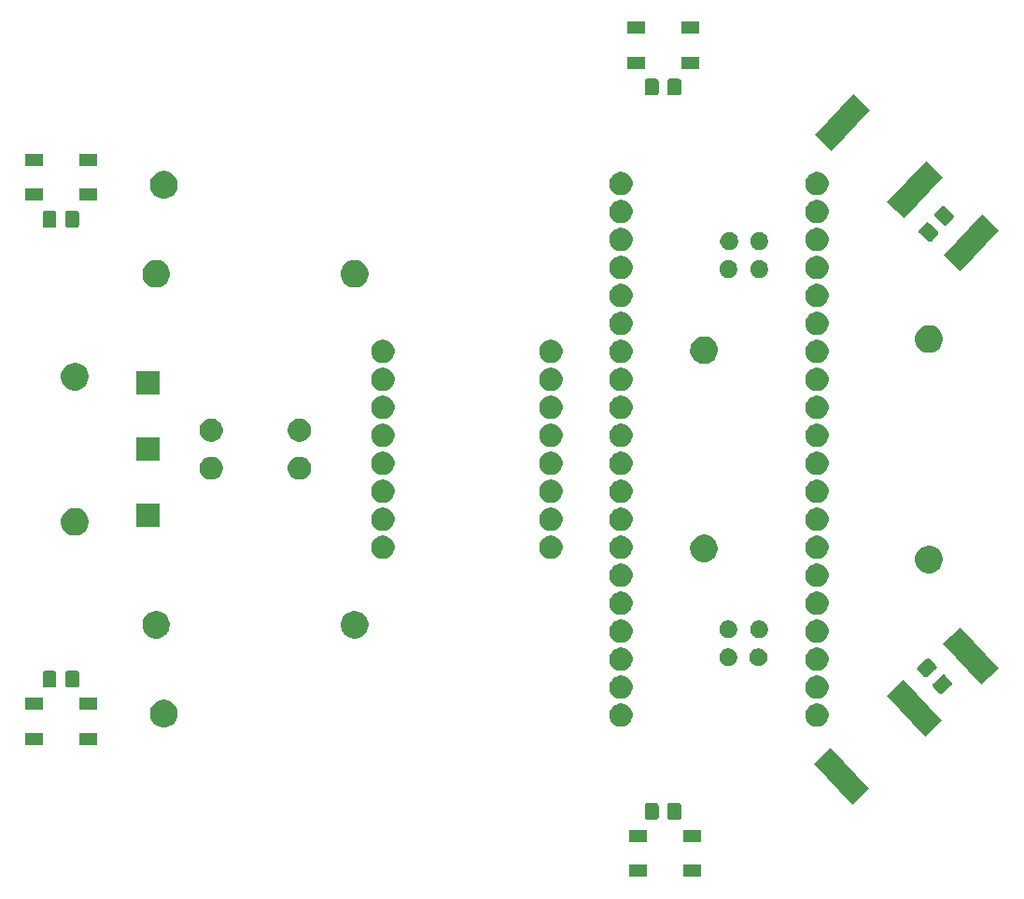
<source format=gbr>
G04 #@! TF.GenerationSoftware,KiCad,Pcbnew,(5.1.2)-2*
G04 #@! TF.CreationDate,2019-10-29T07:50:02+01:00*
G04 #@! TF.ProjectId,Alphabot2.0,416c7068-6162-46f7-9432-2e302e6b6963,1.0*
G04 #@! TF.SameCoordinates,Original*
G04 #@! TF.FileFunction,Soldermask,Bot*
G04 #@! TF.FilePolarity,Negative*
%FSLAX46Y46*%
G04 Gerber Fmt 4.6, Leading zero omitted, Abs format (unit mm)*
G04 Created by KiCad (PCBNEW (5.1.2)-2) date 2019-10-29 07:50:02*
%MOMM*%
%LPD*%
G04 APERTURE LIST*
%ADD10C,0.100000*%
G04 APERTURE END LIST*
D10*
G36*
X157111000Y-138461000D02*
G01*
X155509000Y-138461000D01*
X155509000Y-137359000D01*
X157111000Y-137359000D01*
X157111000Y-138461000D01*
X157111000Y-138461000D01*
G37*
G36*
X152211000Y-138461000D02*
G01*
X150609000Y-138461000D01*
X150609000Y-137359000D01*
X152211000Y-137359000D01*
X152211000Y-138461000D01*
X152211000Y-138461000D01*
G37*
G36*
X157111000Y-135261000D02*
G01*
X155509000Y-135261000D01*
X155509000Y-134159000D01*
X157111000Y-134159000D01*
X157111000Y-135261000D01*
X157111000Y-135261000D01*
G37*
G36*
X152211000Y-135261000D02*
G01*
X150609000Y-135261000D01*
X150609000Y-134159000D01*
X152211000Y-134159000D01*
X152211000Y-135261000D01*
X152211000Y-135261000D01*
G37*
G36*
X155168674Y-131753465D02*
G01*
X155206367Y-131764899D01*
X155241103Y-131783466D01*
X155271548Y-131808452D01*
X155296534Y-131838897D01*
X155315101Y-131873633D01*
X155326535Y-131911326D01*
X155331000Y-131956661D01*
X155331000Y-133043339D01*
X155326535Y-133088674D01*
X155315101Y-133126367D01*
X155296534Y-133161103D01*
X155271548Y-133191548D01*
X155241103Y-133216534D01*
X155206367Y-133235101D01*
X155168674Y-133246535D01*
X155123339Y-133251000D01*
X154286661Y-133251000D01*
X154241326Y-133246535D01*
X154203633Y-133235101D01*
X154168897Y-133216534D01*
X154138452Y-133191548D01*
X154113466Y-133161103D01*
X154094899Y-133126367D01*
X154083465Y-133088674D01*
X154079000Y-133043339D01*
X154079000Y-131956661D01*
X154083465Y-131911326D01*
X154094899Y-131873633D01*
X154113466Y-131838897D01*
X154138452Y-131808452D01*
X154168897Y-131783466D01*
X154203633Y-131764899D01*
X154241326Y-131753465D01*
X154286661Y-131749000D01*
X155123339Y-131749000D01*
X155168674Y-131753465D01*
X155168674Y-131753465D01*
G37*
G36*
X153118674Y-131753465D02*
G01*
X153156367Y-131764899D01*
X153191103Y-131783466D01*
X153221548Y-131808452D01*
X153246534Y-131838897D01*
X153265101Y-131873633D01*
X153276535Y-131911326D01*
X153281000Y-131956661D01*
X153281000Y-133043339D01*
X153276535Y-133088674D01*
X153265101Y-133126367D01*
X153246534Y-133161103D01*
X153221548Y-133191548D01*
X153191103Y-133216534D01*
X153156367Y-133235101D01*
X153118674Y-133246535D01*
X153073339Y-133251000D01*
X152236661Y-133251000D01*
X152191326Y-133246535D01*
X152153633Y-133235101D01*
X152118897Y-133216534D01*
X152088452Y-133191548D01*
X152063466Y-133161103D01*
X152044899Y-133126367D01*
X152033465Y-133088674D01*
X152029000Y-133043339D01*
X152029000Y-131956661D01*
X152033465Y-131911326D01*
X152044899Y-131873633D01*
X152063466Y-131838897D01*
X152088452Y-131808452D01*
X152118897Y-131783466D01*
X152153633Y-131764899D01*
X152191326Y-131753465D01*
X152236661Y-131749000D01*
X153073339Y-131749000D01*
X153118674Y-131753465D01*
X153118674Y-131753465D01*
G37*
G36*
X172409031Y-130462703D02*
G01*
X170871725Y-131896264D01*
X167392169Y-128164897D01*
X168929475Y-126731336D01*
X172409031Y-130462703D01*
X172409031Y-130462703D01*
G37*
G36*
X102311000Y-126461000D02*
G01*
X100709000Y-126461000D01*
X100709000Y-125359000D01*
X102311000Y-125359000D01*
X102311000Y-126461000D01*
X102311000Y-126461000D01*
G37*
G36*
X97411000Y-126461000D02*
G01*
X95809000Y-126461000D01*
X95809000Y-125359000D01*
X97411000Y-125359000D01*
X97411000Y-126461000D01*
X97411000Y-126461000D01*
G37*
G36*
X178991214Y-124324718D02*
G01*
X177453908Y-125758279D01*
X173974352Y-122026912D01*
X175511658Y-120593351D01*
X178991214Y-124324718D01*
X178991214Y-124324718D01*
G37*
G36*
X108769903Y-122417075D02*
G01*
X108997571Y-122511378D01*
X109202466Y-122648285D01*
X109376715Y-122822534D01*
X109513622Y-123027429D01*
X109513623Y-123027431D01*
X109607925Y-123255097D01*
X109656000Y-123496786D01*
X109656000Y-123743214D01*
X109607925Y-123984903D01*
X109513622Y-124212571D01*
X109376715Y-124417466D01*
X109202466Y-124591715D01*
X108997571Y-124728622D01*
X108997570Y-124728623D01*
X108997569Y-124728623D01*
X108769903Y-124822925D01*
X108528214Y-124871000D01*
X108281786Y-124871000D01*
X108040097Y-124822925D01*
X107812431Y-124728623D01*
X107812430Y-124728623D01*
X107812429Y-124728622D01*
X107607534Y-124591715D01*
X107433285Y-124417466D01*
X107296378Y-124212571D01*
X107202075Y-123984903D01*
X107154000Y-123743214D01*
X107154000Y-123496786D01*
X107202075Y-123255097D01*
X107296377Y-123027431D01*
X107296378Y-123027429D01*
X107433285Y-122822534D01*
X107607534Y-122648285D01*
X107812429Y-122511378D01*
X108040097Y-122417075D01*
X108281786Y-122369000D01*
X108528214Y-122369000D01*
X108769903Y-122417075D01*
X108769903Y-122417075D01*
G37*
G36*
X167956564Y-122739389D02*
G01*
X168147833Y-122818615D01*
X168147835Y-122818616D01*
X168319973Y-122933635D01*
X168466365Y-123080027D01*
X168581385Y-123252167D01*
X168660611Y-123443436D01*
X168701000Y-123646484D01*
X168701000Y-123853516D01*
X168660611Y-124056564D01*
X168595992Y-124212569D01*
X168581384Y-124247835D01*
X168466365Y-124419973D01*
X168319973Y-124566365D01*
X168147835Y-124681384D01*
X168147834Y-124681385D01*
X168147833Y-124681385D01*
X167956564Y-124760611D01*
X167753516Y-124801000D01*
X167546484Y-124801000D01*
X167343436Y-124760611D01*
X167152167Y-124681385D01*
X167152166Y-124681385D01*
X167152165Y-124681384D01*
X166980027Y-124566365D01*
X166833635Y-124419973D01*
X166718616Y-124247835D01*
X166704008Y-124212569D01*
X166639389Y-124056564D01*
X166599000Y-123853516D01*
X166599000Y-123646484D01*
X166639389Y-123443436D01*
X166718615Y-123252167D01*
X166833635Y-123080027D01*
X166980027Y-122933635D01*
X167152165Y-122818616D01*
X167152167Y-122818615D01*
X167343436Y-122739389D01*
X167546484Y-122699000D01*
X167753516Y-122699000D01*
X167956564Y-122739389D01*
X167956564Y-122739389D01*
G37*
G36*
X150176564Y-122739389D02*
G01*
X150367833Y-122818615D01*
X150367835Y-122818616D01*
X150539973Y-122933635D01*
X150686365Y-123080027D01*
X150801385Y-123252167D01*
X150880611Y-123443436D01*
X150921000Y-123646484D01*
X150921000Y-123853516D01*
X150880611Y-124056564D01*
X150815992Y-124212569D01*
X150801384Y-124247835D01*
X150686365Y-124419973D01*
X150539973Y-124566365D01*
X150367835Y-124681384D01*
X150367834Y-124681385D01*
X150367833Y-124681385D01*
X150176564Y-124760611D01*
X149973516Y-124801000D01*
X149766484Y-124801000D01*
X149563436Y-124760611D01*
X149372167Y-124681385D01*
X149372166Y-124681385D01*
X149372165Y-124681384D01*
X149200027Y-124566365D01*
X149053635Y-124419973D01*
X148938616Y-124247835D01*
X148924008Y-124212569D01*
X148859389Y-124056564D01*
X148819000Y-123853516D01*
X148819000Y-123646484D01*
X148859389Y-123443436D01*
X148938615Y-123252167D01*
X149053635Y-123080027D01*
X149200027Y-122933635D01*
X149372165Y-122818616D01*
X149372167Y-122818615D01*
X149563436Y-122739389D01*
X149766484Y-122699000D01*
X149973516Y-122699000D01*
X150176564Y-122739389D01*
X150176564Y-122739389D01*
G37*
G36*
X102311000Y-123261000D02*
G01*
X100709000Y-123261000D01*
X100709000Y-122159000D01*
X102311000Y-122159000D01*
X102311000Y-123261000D01*
X102311000Y-123261000D01*
G37*
G36*
X97411000Y-123261000D02*
G01*
X95809000Y-123261000D01*
X95809000Y-122159000D01*
X97411000Y-122159000D01*
X97411000Y-123261000D01*
X97411000Y-123261000D01*
G37*
G36*
X150176564Y-120199389D02*
G01*
X150361657Y-120276057D01*
X150367835Y-120278616D01*
X150539973Y-120393635D01*
X150686365Y-120540027D01*
X150795789Y-120703791D01*
X150801385Y-120712167D01*
X150880611Y-120903436D01*
X150921000Y-121106484D01*
X150921000Y-121313516D01*
X150880611Y-121516564D01*
X150801385Y-121707833D01*
X150801384Y-121707835D01*
X150686365Y-121879973D01*
X150539973Y-122026365D01*
X150367835Y-122141384D01*
X150367834Y-122141385D01*
X150367833Y-122141385D01*
X150176564Y-122220611D01*
X149973516Y-122261000D01*
X149766484Y-122261000D01*
X149563436Y-122220611D01*
X149372167Y-122141385D01*
X149372166Y-122141385D01*
X149372165Y-122141384D01*
X149200027Y-122026365D01*
X149053635Y-121879973D01*
X148938616Y-121707835D01*
X148938615Y-121707833D01*
X148859389Y-121516564D01*
X148819000Y-121313516D01*
X148819000Y-121106484D01*
X148859389Y-120903436D01*
X148938615Y-120712167D01*
X148944212Y-120703791D01*
X149053635Y-120540027D01*
X149200027Y-120393635D01*
X149372165Y-120278616D01*
X149378343Y-120276057D01*
X149563436Y-120199389D01*
X149766484Y-120159000D01*
X149973516Y-120159000D01*
X150176564Y-120199389D01*
X150176564Y-120199389D01*
G37*
G36*
X167956564Y-120199389D02*
G01*
X168141657Y-120276057D01*
X168147835Y-120278616D01*
X168319973Y-120393635D01*
X168466365Y-120540027D01*
X168575789Y-120703791D01*
X168581385Y-120712167D01*
X168660611Y-120903436D01*
X168701000Y-121106484D01*
X168701000Y-121313516D01*
X168660611Y-121516564D01*
X168581385Y-121707833D01*
X168581384Y-121707835D01*
X168466365Y-121879973D01*
X168319973Y-122026365D01*
X168147835Y-122141384D01*
X168147834Y-122141385D01*
X168147833Y-122141385D01*
X167956564Y-122220611D01*
X167753516Y-122261000D01*
X167546484Y-122261000D01*
X167343436Y-122220611D01*
X167152167Y-122141385D01*
X167152166Y-122141385D01*
X167152165Y-122141384D01*
X166980027Y-122026365D01*
X166833635Y-121879973D01*
X166718616Y-121707835D01*
X166718615Y-121707833D01*
X166639389Y-121516564D01*
X166599000Y-121313516D01*
X166599000Y-121106484D01*
X166639389Y-120903436D01*
X166718615Y-120712167D01*
X166724212Y-120703791D01*
X166833635Y-120540027D01*
X166980027Y-120393635D01*
X167152165Y-120278616D01*
X167158343Y-120276057D01*
X167343436Y-120199389D01*
X167546484Y-120159000D01*
X167753516Y-120159000D01*
X167956564Y-120199389D01*
X167956564Y-120199389D01*
G37*
G36*
X179177625Y-120076445D02*
G01*
X179214885Y-120089184D01*
X179248954Y-120108953D01*
X179283142Y-120139067D01*
X179327137Y-120186246D01*
X179809756Y-120703791D01*
X179809764Y-120703801D01*
X179853754Y-120750975D01*
X179881406Y-120787176D01*
X179898749Y-120822539D01*
X179908860Y-120860606D01*
X179911351Y-120899913D01*
X179906125Y-120938952D01*
X179893382Y-120976220D01*
X179873616Y-121010286D01*
X179843503Y-121044472D01*
X179796323Y-121088468D01*
X179095940Y-121741587D01*
X179095930Y-121741595D01*
X179048756Y-121785585D01*
X179012553Y-121813239D01*
X178977195Y-121830580D01*
X178939126Y-121840691D01*
X178899818Y-121843182D01*
X178860775Y-121837955D01*
X178823515Y-121825216D01*
X178789446Y-121805447D01*
X178755258Y-121775333D01*
X178692313Y-121707833D01*
X178228644Y-121210609D01*
X178228636Y-121210599D01*
X178184646Y-121163425D01*
X178156994Y-121127224D01*
X178139651Y-121091861D01*
X178129540Y-121053794D01*
X178127049Y-121014487D01*
X178132275Y-120975448D01*
X178145018Y-120938180D01*
X178164784Y-120904114D01*
X178194897Y-120869928D01*
X178283638Y-120787176D01*
X178942460Y-120172813D01*
X178942470Y-120172805D01*
X178989644Y-120128815D01*
X179025847Y-120101161D01*
X179061205Y-120083820D01*
X179099274Y-120073709D01*
X179138582Y-120071218D01*
X179177625Y-120076445D01*
X179177625Y-120076445D01*
G37*
G36*
X100548674Y-119753465D02*
G01*
X100586367Y-119764899D01*
X100621103Y-119783466D01*
X100651548Y-119808452D01*
X100676534Y-119838897D01*
X100695101Y-119873633D01*
X100706535Y-119911326D01*
X100711000Y-119956661D01*
X100711000Y-121043339D01*
X100706535Y-121088674D01*
X100695101Y-121126367D01*
X100676534Y-121161103D01*
X100651548Y-121191548D01*
X100621103Y-121216534D01*
X100586367Y-121235101D01*
X100548674Y-121246535D01*
X100503339Y-121251000D01*
X99666661Y-121251000D01*
X99621326Y-121246535D01*
X99583633Y-121235101D01*
X99548897Y-121216534D01*
X99518452Y-121191548D01*
X99493466Y-121161103D01*
X99474899Y-121126367D01*
X99463465Y-121088674D01*
X99459000Y-121043339D01*
X99459000Y-119956661D01*
X99463465Y-119911326D01*
X99474899Y-119873633D01*
X99493466Y-119838897D01*
X99518452Y-119808452D01*
X99548897Y-119783466D01*
X99583633Y-119764899D01*
X99621326Y-119753465D01*
X99666661Y-119749000D01*
X100503339Y-119749000D01*
X100548674Y-119753465D01*
X100548674Y-119753465D01*
G37*
G36*
X98498674Y-119753465D02*
G01*
X98536367Y-119764899D01*
X98571103Y-119783466D01*
X98601548Y-119808452D01*
X98626534Y-119838897D01*
X98645101Y-119873633D01*
X98656535Y-119911326D01*
X98661000Y-119956661D01*
X98661000Y-121043339D01*
X98656535Y-121088674D01*
X98645101Y-121126367D01*
X98626534Y-121161103D01*
X98601548Y-121191548D01*
X98571103Y-121216534D01*
X98536367Y-121235101D01*
X98498674Y-121246535D01*
X98453339Y-121251000D01*
X97616661Y-121251000D01*
X97571326Y-121246535D01*
X97533633Y-121235101D01*
X97498897Y-121216534D01*
X97468452Y-121191548D01*
X97443466Y-121161103D01*
X97424899Y-121126367D01*
X97413465Y-121088674D01*
X97409000Y-121043339D01*
X97409000Y-119956661D01*
X97413465Y-119911326D01*
X97424899Y-119873633D01*
X97443466Y-119838897D01*
X97468452Y-119808452D01*
X97498897Y-119783466D01*
X97533633Y-119764899D01*
X97571326Y-119753465D01*
X97616661Y-119749000D01*
X98453339Y-119749000D01*
X98498674Y-119753465D01*
X98498674Y-119753465D01*
G37*
G36*
X184110690Y-119550729D02*
G01*
X182573384Y-120984290D01*
X179093828Y-117252923D01*
X180631134Y-115819362D01*
X184110690Y-119550729D01*
X184110690Y-119550729D01*
G37*
G36*
X177779529Y-118577169D02*
G01*
X177816789Y-118589908D01*
X177850858Y-118609677D01*
X177885046Y-118639791D01*
X177929041Y-118686970D01*
X178411660Y-119204515D01*
X178411668Y-119204525D01*
X178455658Y-119251699D01*
X178483310Y-119287900D01*
X178500653Y-119323263D01*
X178510764Y-119361330D01*
X178513255Y-119400637D01*
X178508029Y-119439676D01*
X178495286Y-119476944D01*
X178475520Y-119511010D01*
X178445407Y-119545196D01*
X178398227Y-119589192D01*
X177697844Y-120242311D01*
X177697834Y-120242319D01*
X177650660Y-120286309D01*
X177614457Y-120313963D01*
X177579099Y-120331304D01*
X177541030Y-120341415D01*
X177501722Y-120343906D01*
X177462679Y-120338679D01*
X177425419Y-120325940D01*
X177391350Y-120306171D01*
X177357162Y-120276057D01*
X177273412Y-120186246D01*
X176830548Y-119711333D01*
X176830540Y-119711323D01*
X176786550Y-119664149D01*
X176758898Y-119627948D01*
X176741555Y-119592585D01*
X176731444Y-119554518D01*
X176728953Y-119515211D01*
X176734179Y-119476172D01*
X176746922Y-119438904D01*
X176766688Y-119404838D01*
X176796801Y-119370652D01*
X176885542Y-119287900D01*
X177544364Y-118673537D01*
X177544374Y-118673529D01*
X177591548Y-118629539D01*
X177627751Y-118601885D01*
X177663109Y-118584544D01*
X177701178Y-118574433D01*
X177740486Y-118571942D01*
X177779529Y-118577169D01*
X177779529Y-118577169D01*
G37*
G36*
X167956564Y-117659389D02*
G01*
X168119316Y-117726803D01*
X168147835Y-117738616D01*
X168319973Y-117853635D01*
X168466365Y-118000027D01*
X168548840Y-118123459D01*
X168581385Y-118172167D01*
X168660611Y-118363436D01*
X168701000Y-118566484D01*
X168701000Y-118773516D01*
X168660611Y-118976564D01*
X168581385Y-119167833D01*
X168581384Y-119167835D01*
X168466365Y-119339973D01*
X168319973Y-119486365D01*
X168147835Y-119601384D01*
X168147834Y-119601385D01*
X168147833Y-119601385D01*
X167956564Y-119680611D01*
X167753516Y-119721000D01*
X167546484Y-119721000D01*
X167343436Y-119680611D01*
X167152167Y-119601385D01*
X167152166Y-119601385D01*
X167152165Y-119601384D01*
X166980027Y-119486365D01*
X166833635Y-119339973D01*
X166718616Y-119167835D01*
X166718615Y-119167833D01*
X166639389Y-118976564D01*
X166599000Y-118773516D01*
X166599000Y-118566484D01*
X166639389Y-118363436D01*
X166718615Y-118172167D01*
X166751161Y-118123459D01*
X166833635Y-118000027D01*
X166980027Y-117853635D01*
X167152165Y-117738616D01*
X167180684Y-117726803D01*
X167343436Y-117659389D01*
X167546484Y-117619000D01*
X167753516Y-117619000D01*
X167956564Y-117659389D01*
X167956564Y-117659389D01*
G37*
G36*
X150176564Y-117659389D02*
G01*
X150339316Y-117726803D01*
X150367835Y-117738616D01*
X150539973Y-117853635D01*
X150686365Y-118000027D01*
X150768840Y-118123459D01*
X150801385Y-118172167D01*
X150880611Y-118363436D01*
X150921000Y-118566484D01*
X150921000Y-118773516D01*
X150880611Y-118976564D01*
X150801385Y-119167833D01*
X150801384Y-119167835D01*
X150686365Y-119339973D01*
X150539973Y-119486365D01*
X150367835Y-119601384D01*
X150367834Y-119601385D01*
X150367833Y-119601385D01*
X150176564Y-119680611D01*
X149973516Y-119721000D01*
X149766484Y-119721000D01*
X149563436Y-119680611D01*
X149372167Y-119601385D01*
X149372166Y-119601385D01*
X149372165Y-119601384D01*
X149200027Y-119486365D01*
X149053635Y-119339973D01*
X148938616Y-119167835D01*
X148938615Y-119167833D01*
X148859389Y-118976564D01*
X148819000Y-118773516D01*
X148819000Y-118566484D01*
X148859389Y-118363436D01*
X148938615Y-118172167D01*
X148971161Y-118123459D01*
X149053635Y-118000027D01*
X149200027Y-117853635D01*
X149372165Y-117738616D01*
X149400684Y-117726803D01*
X149563436Y-117659389D01*
X149766484Y-117619000D01*
X149973516Y-117619000D01*
X150176564Y-117659389D01*
X150176564Y-117659389D01*
G37*
G36*
X162560082Y-117726802D02*
G01*
X162708041Y-117788089D01*
X162841195Y-117877059D01*
X162954441Y-117990305D01*
X163043411Y-118123459D01*
X163104698Y-118271418D01*
X163135940Y-118428485D01*
X163135940Y-118588635D01*
X163104698Y-118745702D01*
X163043411Y-118893661D01*
X162954441Y-119026815D01*
X162841195Y-119140061D01*
X162708041Y-119229031D01*
X162560082Y-119290318D01*
X162403015Y-119321560D01*
X162242865Y-119321560D01*
X162085798Y-119290318D01*
X161937839Y-119229031D01*
X161804685Y-119140061D01*
X161691439Y-119026815D01*
X161602469Y-118893661D01*
X161541182Y-118745702D01*
X161509940Y-118588635D01*
X161509940Y-118428485D01*
X161541182Y-118271418D01*
X161602469Y-118123459D01*
X161691439Y-117990305D01*
X161804685Y-117877059D01*
X161937839Y-117788089D01*
X162085798Y-117726802D01*
X162242865Y-117695560D01*
X162403015Y-117695560D01*
X162560082Y-117726802D01*
X162560082Y-117726802D01*
G37*
G36*
X159840082Y-117726802D02*
G01*
X159988041Y-117788089D01*
X160121195Y-117877059D01*
X160234441Y-117990305D01*
X160323411Y-118123459D01*
X160384698Y-118271418D01*
X160415940Y-118428485D01*
X160415940Y-118588635D01*
X160384698Y-118745702D01*
X160323411Y-118893661D01*
X160234441Y-119026815D01*
X160121195Y-119140061D01*
X159988041Y-119229031D01*
X159840082Y-119290318D01*
X159683015Y-119321560D01*
X159522865Y-119321560D01*
X159365798Y-119290318D01*
X159217839Y-119229031D01*
X159084685Y-119140061D01*
X158971439Y-119026815D01*
X158882469Y-118893661D01*
X158821182Y-118745702D01*
X158789940Y-118588635D01*
X158789940Y-118428485D01*
X158821182Y-118271418D01*
X158882469Y-118123459D01*
X158971439Y-117990305D01*
X159084685Y-117877059D01*
X159217839Y-117788089D01*
X159365798Y-117726802D01*
X159522865Y-117695560D01*
X159683015Y-117695560D01*
X159840082Y-117726802D01*
X159840082Y-117726802D01*
G37*
G36*
X167956564Y-115119389D02*
G01*
X168119316Y-115186803D01*
X168147835Y-115198616D01*
X168319973Y-115313635D01*
X168466365Y-115460027D01*
X168548840Y-115583459D01*
X168581385Y-115632167D01*
X168660611Y-115823436D01*
X168701000Y-116026484D01*
X168701000Y-116233516D01*
X168660611Y-116436564D01*
X168581385Y-116627833D01*
X168581384Y-116627835D01*
X168466365Y-116799973D01*
X168319973Y-116946365D01*
X168147835Y-117061384D01*
X168147834Y-117061385D01*
X168147833Y-117061385D01*
X167956564Y-117140611D01*
X167753516Y-117181000D01*
X167546484Y-117181000D01*
X167343436Y-117140611D01*
X167152167Y-117061385D01*
X167152166Y-117061385D01*
X167152165Y-117061384D01*
X166980027Y-116946365D01*
X166833635Y-116799973D01*
X166718616Y-116627835D01*
X166718615Y-116627833D01*
X166639389Y-116436564D01*
X166599000Y-116233516D01*
X166599000Y-116026484D01*
X166639389Y-115823436D01*
X166718615Y-115632167D01*
X166751161Y-115583459D01*
X166833635Y-115460027D01*
X166980027Y-115313635D01*
X167152165Y-115198616D01*
X167180684Y-115186803D01*
X167343436Y-115119389D01*
X167546484Y-115079000D01*
X167753516Y-115079000D01*
X167956564Y-115119389D01*
X167956564Y-115119389D01*
G37*
G36*
X150176564Y-115119389D02*
G01*
X150339316Y-115186803D01*
X150367835Y-115198616D01*
X150539973Y-115313635D01*
X150686365Y-115460027D01*
X150768840Y-115583459D01*
X150801385Y-115632167D01*
X150880611Y-115823436D01*
X150921000Y-116026484D01*
X150921000Y-116233516D01*
X150880611Y-116436564D01*
X150801385Y-116627833D01*
X150801384Y-116627835D01*
X150686365Y-116799973D01*
X150539973Y-116946365D01*
X150367835Y-117061384D01*
X150367834Y-117061385D01*
X150367833Y-117061385D01*
X150176564Y-117140611D01*
X149973516Y-117181000D01*
X149766484Y-117181000D01*
X149563436Y-117140611D01*
X149372167Y-117061385D01*
X149372166Y-117061385D01*
X149372165Y-117061384D01*
X149200027Y-116946365D01*
X149053635Y-116799973D01*
X148938616Y-116627835D01*
X148938615Y-116627833D01*
X148859389Y-116436564D01*
X148819000Y-116233516D01*
X148819000Y-116026484D01*
X148859389Y-115823436D01*
X148938615Y-115632167D01*
X148971161Y-115583459D01*
X149053635Y-115460027D01*
X149200027Y-115313635D01*
X149372165Y-115198616D01*
X149400684Y-115186803D01*
X149563436Y-115119389D01*
X149766484Y-115079000D01*
X149973516Y-115079000D01*
X150176564Y-115119389D01*
X150176564Y-115119389D01*
G37*
G36*
X108074903Y-114347075D02*
G01*
X108302571Y-114441378D01*
X108507466Y-114578285D01*
X108681715Y-114752534D01*
X108681716Y-114752536D01*
X108818623Y-114957431D01*
X108912925Y-115185097D01*
X108961000Y-115426786D01*
X108961000Y-115673214D01*
X108912925Y-115914903D01*
X108857532Y-116048635D01*
X108818622Y-116142571D01*
X108681715Y-116347466D01*
X108507466Y-116521715D01*
X108302571Y-116658622D01*
X108302570Y-116658623D01*
X108302569Y-116658623D01*
X108074903Y-116752925D01*
X107833214Y-116801000D01*
X107586786Y-116801000D01*
X107345097Y-116752925D01*
X107117431Y-116658623D01*
X107117430Y-116658623D01*
X107117429Y-116658622D01*
X106912534Y-116521715D01*
X106738285Y-116347466D01*
X106601378Y-116142571D01*
X106562469Y-116048635D01*
X106507075Y-115914903D01*
X106459000Y-115673214D01*
X106459000Y-115426786D01*
X106507075Y-115185097D01*
X106601377Y-114957431D01*
X106738284Y-114752536D01*
X106738285Y-114752534D01*
X106912534Y-114578285D01*
X107117429Y-114441378D01*
X107345097Y-114347075D01*
X107586786Y-114299000D01*
X107833214Y-114299000D01*
X108074903Y-114347075D01*
X108074903Y-114347075D01*
G37*
G36*
X126074903Y-114347075D02*
G01*
X126302571Y-114441378D01*
X126507466Y-114578285D01*
X126681715Y-114752534D01*
X126681716Y-114752536D01*
X126818623Y-114957431D01*
X126912925Y-115185097D01*
X126961000Y-115426786D01*
X126961000Y-115673214D01*
X126912925Y-115914903D01*
X126857532Y-116048635D01*
X126818622Y-116142571D01*
X126681715Y-116347466D01*
X126507466Y-116521715D01*
X126302571Y-116658622D01*
X126302570Y-116658623D01*
X126302569Y-116658623D01*
X126074903Y-116752925D01*
X125833214Y-116801000D01*
X125586786Y-116801000D01*
X125345097Y-116752925D01*
X125117431Y-116658623D01*
X125117430Y-116658623D01*
X125117429Y-116658622D01*
X124912534Y-116521715D01*
X124738285Y-116347466D01*
X124601378Y-116142571D01*
X124562469Y-116048635D01*
X124507075Y-115914903D01*
X124459000Y-115673214D01*
X124459000Y-115426786D01*
X124507075Y-115185097D01*
X124601377Y-114957431D01*
X124738284Y-114752536D01*
X124738285Y-114752534D01*
X124912534Y-114578285D01*
X125117429Y-114441378D01*
X125345097Y-114347075D01*
X125586786Y-114299000D01*
X125833214Y-114299000D01*
X126074903Y-114347075D01*
X126074903Y-114347075D01*
G37*
G36*
X159840082Y-115186802D02*
G01*
X159988041Y-115248089D01*
X160121195Y-115337059D01*
X160234441Y-115450305D01*
X160323411Y-115583459D01*
X160384698Y-115731418D01*
X160415940Y-115888485D01*
X160415940Y-116048635D01*
X160384698Y-116205702D01*
X160323411Y-116353661D01*
X160234441Y-116486815D01*
X160121195Y-116600061D01*
X159988041Y-116689031D01*
X159840082Y-116750318D01*
X159683015Y-116781560D01*
X159522865Y-116781560D01*
X159365798Y-116750318D01*
X159217839Y-116689031D01*
X159084685Y-116600061D01*
X158971439Y-116486815D01*
X158882469Y-116353661D01*
X158821182Y-116205702D01*
X158789940Y-116048635D01*
X158789940Y-115888485D01*
X158821182Y-115731418D01*
X158882469Y-115583459D01*
X158971439Y-115450305D01*
X159084685Y-115337059D01*
X159217839Y-115248089D01*
X159365798Y-115186802D01*
X159522865Y-115155560D01*
X159683015Y-115155560D01*
X159840082Y-115186802D01*
X159840082Y-115186802D01*
G37*
G36*
X162640082Y-115186802D02*
G01*
X162788041Y-115248089D01*
X162921195Y-115337059D01*
X163034441Y-115450305D01*
X163123411Y-115583459D01*
X163184698Y-115731418D01*
X163215940Y-115888485D01*
X163215940Y-116048635D01*
X163184698Y-116205702D01*
X163123411Y-116353661D01*
X163034441Y-116486815D01*
X162921195Y-116600061D01*
X162788041Y-116689031D01*
X162640082Y-116750318D01*
X162483015Y-116781560D01*
X162322865Y-116781560D01*
X162165798Y-116750318D01*
X162017839Y-116689031D01*
X161884685Y-116600061D01*
X161771439Y-116486815D01*
X161682469Y-116353661D01*
X161621182Y-116205702D01*
X161589940Y-116048635D01*
X161589940Y-115888485D01*
X161621182Y-115731418D01*
X161682469Y-115583459D01*
X161771439Y-115450305D01*
X161884685Y-115337059D01*
X162017839Y-115248089D01*
X162165798Y-115186802D01*
X162322865Y-115155560D01*
X162483015Y-115155560D01*
X162640082Y-115186802D01*
X162640082Y-115186802D01*
G37*
G36*
X167956564Y-112579389D02*
G01*
X168147833Y-112658615D01*
X168147835Y-112658616D01*
X168319973Y-112773635D01*
X168466365Y-112920027D01*
X168581385Y-113092167D01*
X168660611Y-113283436D01*
X168701000Y-113486484D01*
X168701000Y-113693516D01*
X168660611Y-113896564D01*
X168581385Y-114087833D01*
X168581384Y-114087835D01*
X168466365Y-114259973D01*
X168319973Y-114406365D01*
X168147835Y-114521384D01*
X168147834Y-114521385D01*
X168147833Y-114521385D01*
X167956564Y-114600611D01*
X167753516Y-114641000D01*
X167546484Y-114641000D01*
X167343436Y-114600611D01*
X167152167Y-114521385D01*
X167152166Y-114521385D01*
X167152165Y-114521384D01*
X166980027Y-114406365D01*
X166833635Y-114259973D01*
X166718616Y-114087835D01*
X166718615Y-114087833D01*
X166639389Y-113896564D01*
X166599000Y-113693516D01*
X166599000Y-113486484D01*
X166639389Y-113283436D01*
X166718615Y-113092167D01*
X166833635Y-112920027D01*
X166980027Y-112773635D01*
X167152165Y-112658616D01*
X167152167Y-112658615D01*
X167343436Y-112579389D01*
X167546484Y-112539000D01*
X167753516Y-112539000D01*
X167956564Y-112579389D01*
X167956564Y-112579389D01*
G37*
G36*
X150176564Y-112579389D02*
G01*
X150367833Y-112658615D01*
X150367835Y-112658616D01*
X150539973Y-112773635D01*
X150686365Y-112920027D01*
X150801385Y-113092167D01*
X150880611Y-113283436D01*
X150921000Y-113486484D01*
X150921000Y-113693516D01*
X150880611Y-113896564D01*
X150801385Y-114087833D01*
X150801384Y-114087835D01*
X150686365Y-114259973D01*
X150539973Y-114406365D01*
X150367835Y-114521384D01*
X150367834Y-114521385D01*
X150367833Y-114521385D01*
X150176564Y-114600611D01*
X149973516Y-114641000D01*
X149766484Y-114641000D01*
X149563436Y-114600611D01*
X149372167Y-114521385D01*
X149372166Y-114521385D01*
X149372165Y-114521384D01*
X149200027Y-114406365D01*
X149053635Y-114259973D01*
X148938616Y-114087835D01*
X148938615Y-114087833D01*
X148859389Y-113896564D01*
X148819000Y-113693516D01*
X148819000Y-113486484D01*
X148859389Y-113283436D01*
X148938615Y-113092167D01*
X149053635Y-112920027D01*
X149200027Y-112773635D01*
X149372165Y-112658616D01*
X149372167Y-112658615D01*
X149563436Y-112579389D01*
X149766484Y-112539000D01*
X149973516Y-112539000D01*
X150176564Y-112579389D01*
X150176564Y-112579389D01*
G37*
G36*
X167956564Y-110039389D02*
G01*
X168147833Y-110118615D01*
X168147835Y-110118616D01*
X168319973Y-110233635D01*
X168466365Y-110380027D01*
X168581385Y-110552167D01*
X168660611Y-110743436D01*
X168701000Y-110946484D01*
X168701000Y-111153516D01*
X168660611Y-111356564D01*
X168581385Y-111547833D01*
X168581384Y-111547835D01*
X168466365Y-111719973D01*
X168319973Y-111866365D01*
X168147835Y-111981384D01*
X168147834Y-111981385D01*
X168147833Y-111981385D01*
X167956564Y-112060611D01*
X167753516Y-112101000D01*
X167546484Y-112101000D01*
X167343436Y-112060611D01*
X167152167Y-111981385D01*
X167152166Y-111981385D01*
X167152165Y-111981384D01*
X166980027Y-111866365D01*
X166833635Y-111719973D01*
X166718616Y-111547835D01*
X166718615Y-111547833D01*
X166639389Y-111356564D01*
X166599000Y-111153516D01*
X166599000Y-110946484D01*
X166639389Y-110743436D01*
X166718615Y-110552167D01*
X166833635Y-110380027D01*
X166980027Y-110233635D01*
X167152165Y-110118616D01*
X167152167Y-110118615D01*
X167343436Y-110039389D01*
X167546484Y-109999000D01*
X167753516Y-109999000D01*
X167956564Y-110039389D01*
X167956564Y-110039389D01*
G37*
G36*
X150176564Y-110039389D02*
G01*
X150367833Y-110118615D01*
X150367835Y-110118616D01*
X150539973Y-110233635D01*
X150686365Y-110380027D01*
X150801385Y-110552167D01*
X150880611Y-110743436D01*
X150921000Y-110946484D01*
X150921000Y-111153516D01*
X150880611Y-111356564D01*
X150801385Y-111547833D01*
X150801384Y-111547835D01*
X150686365Y-111719973D01*
X150539973Y-111866365D01*
X150367835Y-111981384D01*
X150367834Y-111981385D01*
X150367833Y-111981385D01*
X150176564Y-112060611D01*
X149973516Y-112101000D01*
X149766484Y-112101000D01*
X149563436Y-112060611D01*
X149372167Y-111981385D01*
X149372166Y-111981385D01*
X149372165Y-111981384D01*
X149200027Y-111866365D01*
X149053635Y-111719973D01*
X148938616Y-111547835D01*
X148938615Y-111547833D01*
X148859389Y-111356564D01*
X148819000Y-111153516D01*
X148819000Y-110946484D01*
X148859389Y-110743436D01*
X148938615Y-110552167D01*
X149053635Y-110380027D01*
X149200027Y-110233635D01*
X149372165Y-110118616D01*
X149372167Y-110118615D01*
X149563436Y-110039389D01*
X149766484Y-109999000D01*
X149973516Y-109999000D01*
X150176564Y-110039389D01*
X150176564Y-110039389D01*
G37*
G36*
X178174903Y-108417075D02*
G01*
X178402571Y-108511378D01*
X178607466Y-108648285D01*
X178781715Y-108822534D01*
X178918622Y-109027429D01*
X179012925Y-109255097D01*
X179061000Y-109496787D01*
X179061000Y-109743213D01*
X179012925Y-109984903D01*
X178918622Y-110212571D01*
X178781715Y-110417466D01*
X178607466Y-110591715D01*
X178402571Y-110728622D01*
X178402570Y-110728623D01*
X178402569Y-110728623D01*
X178174903Y-110822925D01*
X177933214Y-110871000D01*
X177686786Y-110871000D01*
X177445097Y-110822925D01*
X177217431Y-110728623D01*
X177217430Y-110728623D01*
X177217429Y-110728622D01*
X177012534Y-110591715D01*
X176838285Y-110417466D01*
X176701378Y-110212571D01*
X176607075Y-109984903D01*
X176559000Y-109743213D01*
X176559000Y-109496787D01*
X176607075Y-109255097D01*
X176701378Y-109027429D01*
X176838285Y-108822534D01*
X177012534Y-108648285D01*
X177217429Y-108511378D01*
X177445097Y-108417075D01*
X177686786Y-108369000D01*
X177933214Y-108369000D01*
X178174903Y-108417075D01*
X178174903Y-108417075D01*
G37*
G36*
X157769903Y-107417075D02*
G01*
X157968630Y-107499390D01*
X157997571Y-107511378D01*
X158202466Y-107648285D01*
X158376715Y-107822534D01*
X158376716Y-107822536D01*
X158513623Y-108027431D01*
X158607925Y-108255097D01*
X158656000Y-108496786D01*
X158656000Y-108743214D01*
X158640222Y-108822534D01*
X158607925Y-108984903D01*
X158513622Y-109212571D01*
X158376715Y-109417466D01*
X158202466Y-109591715D01*
X157997571Y-109728622D01*
X157997570Y-109728623D01*
X157997569Y-109728623D01*
X157769903Y-109822925D01*
X157528214Y-109871000D01*
X157281786Y-109871000D01*
X157040097Y-109822925D01*
X156812431Y-109728623D01*
X156812430Y-109728623D01*
X156812429Y-109728622D01*
X156607534Y-109591715D01*
X156433285Y-109417466D01*
X156296378Y-109212571D01*
X156202075Y-108984903D01*
X156169778Y-108822534D01*
X156154000Y-108743214D01*
X156154000Y-108496786D01*
X156202075Y-108255097D01*
X156296377Y-108027431D01*
X156433284Y-107822536D01*
X156433285Y-107822534D01*
X156607534Y-107648285D01*
X156812429Y-107511378D01*
X156841371Y-107499390D01*
X157040097Y-107417075D01*
X157281786Y-107369000D01*
X157528214Y-107369000D01*
X157769903Y-107417075D01*
X157769903Y-107417075D01*
G37*
G36*
X128576564Y-107499389D02*
G01*
X128767833Y-107578615D01*
X128767835Y-107578616D01*
X128872100Y-107648284D01*
X128939973Y-107693635D01*
X129086365Y-107840027D01*
X129201385Y-108012167D01*
X129280611Y-108203436D01*
X129321000Y-108406484D01*
X129321000Y-108613516D01*
X129280611Y-108816564D01*
X129278138Y-108822534D01*
X129201384Y-109007835D01*
X129086365Y-109179973D01*
X128939973Y-109326365D01*
X128767835Y-109441384D01*
X128767834Y-109441385D01*
X128767833Y-109441385D01*
X128576564Y-109520611D01*
X128373516Y-109561000D01*
X128166484Y-109561000D01*
X127963436Y-109520611D01*
X127772167Y-109441385D01*
X127772166Y-109441385D01*
X127772165Y-109441384D01*
X127600027Y-109326365D01*
X127453635Y-109179973D01*
X127338616Y-109007835D01*
X127261862Y-108822534D01*
X127259389Y-108816564D01*
X127219000Y-108613516D01*
X127219000Y-108406484D01*
X127259389Y-108203436D01*
X127338615Y-108012167D01*
X127453635Y-107840027D01*
X127600027Y-107693635D01*
X127667900Y-107648284D01*
X127772165Y-107578616D01*
X127772167Y-107578615D01*
X127963436Y-107499389D01*
X128166484Y-107459000D01*
X128373516Y-107459000D01*
X128576564Y-107499389D01*
X128576564Y-107499389D01*
G37*
G36*
X143816564Y-107499389D02*
G01*
X144007833Y-107578615D01*
X144007835Y-107578616D01*
X144112100Y-107648284D01*
X144179973Y-107693635D01*
X144326365Y-107840027D01*
X144441385Y-108012167D01*
X144520611Y-108203436D01*
X144561000Y-108406484D01*
X144561000Y-108613516D01*
X144520611Y-108816564D01*
X144518138Y-108822534D01*
X144441384Y-109007835D01*
X144326365Y-109179973D01*
X144179973Y-109326365D01*
X144007835Y-109441384D01*
X144007834Y-109441385D01*
X144007833Y-109441385D01*
X143816564Y-109520611D01*
X143613516Y-109561000D01*
X143406484Y-109561000D01*
X143203436Y-109520611D01*
X143012167Y-109441385D01*
X143012166Y-109441385D01*
X143012165Y-109441384D01*
X142840027Y-109326365D01*
X142693635Y-109179973D01*
X142578616Y-109007835D01*
X142501862Y-108822534D01*
X142499389Y-108816564D01*
X142459000Y-108613516D01*
X142459000Y-108406484D01*
X142499389Y-108203436D01*
X142578615Y-108012167D01*
X142693635Y-107840027D01*
X142840027Y-107693635D01*
X142907900Y-107648284D01*
X143012165Y-107578616D01*
X143012167Y-107578615D01*
X143203436Y-107499389D01*
X143406484Y-107459000D01*
X143613516Y-107459000D01*
X143816564Y-107499389D01*
X143816564Y-107499389D01*
G37*
G36*
X167956564Y-107499389D02*
G01*
X168147833Y-107578615D01*
X168147835Y-107578616D01*
X168252100Y-107648284D01*
X168319973Y-107693635D01*
X168466365Y-107840027D01*
X168581385Y-108012167D01*
X168660611Y-108203436D01*
X168701000Y-108406484D01*
X168701000Y-108613516D01*
X168660611Y-108816564D01*
X168658138Y-108822534D01*
X168581384Y-109007835D01*
X168466365Y-109179973D01*
X168319973Y-109326365D01*
X168147835Y-109441384D01*
X168147834Y-109441385D01*
X168147833Y-109441385D01*
X167956564Y-109520611D01*
X167753516Y-109561000D01*
X167546484Y-109561000D01*
X167343436Y-109520611D01*
X167152167Y-109441385D01*
X167152166Y-109441385D01*
X167152165Y-109441384D01*
X166980027Y-109326365D01*
X166833635Y-109179973D01*
X166718616Y-109007835D01*
X166641862Y-108822534D01*
X166639389Y-108816564D01*
X166599000Y-108613516D01*
X166599000Y-108406484D01*
X166639389Y-108203436D01*
X166718615Y-108012167D01*
X166833635Y-107840027D01*
X166980027Y-107693635D01*
X167047900Y-107648284D01*
X167152165Y-107578616D01*
X167152167Y-107578615D01*
X167343436Y-107499389D01*
X167546484Y-107459000D01*
X167753516Y-107459000D01*
X167956564Y-107499389D01*
X167956564Y-107499389D01*
G37*
G36*
X150176564Y-107499389D02*
G01*
X150367833Y-107578615D01*
X150367835Y-107578616D01*
X150472100Y-107648284D01*
X150539973Y-107693635D01*
X150686365Y-107840027D01*
X150801385Y-108012167D01*
X150880611Y-108203436D01*
X150921000Y-108406484D01*
X150921000Y-108613516D01*
X150880611Y-108816564D01*
X150878138Y-108822534D01*
X150801384Y-109007835D01*
X150686365Y-109179973D01*
X150539973Y-109326365D01*
X150367835Y-109441384D01*
X150367834Y-109441385D01*
X150367833Y-109441385D01*
X150176564Y-109520611D01*
X149973516Y-109561000D01*
X149766484Y-109561000D01*
X149563436Y-109520611D01*
X149372167Y-109441385D01*
X149372166Y-109441385D01*
X149372165Y-109441384D01*
X149200027Y-109326365D01*
X149053635Y-109179973D01*
X148938616Y-109007835D01*
X148861862Y-108822534D01*
X148859389Y-108816564D01*
X148819000Y-108613516D01*
X148819000Y-108406484D01*
X148859389Y-108203436D01*
X148938615Y-108012167D01*
X149053635Y-107840027D01*
X149200027Y-107693635D01*
X149267900Y-107648284D01*
X149372165Y-107578616D01*
X149372167Y-107578615D01*
X149563436Y-107499389D01*
X149766484Y-107459000D01*
X149973516Y-107459000D01*
X150176564Y-107499389D01*
X150176564Y-107499389D01*
G37*
G36*
X100704903Y-105012075D02*
G01*
X100932571Y-105106378D01*
X101137466Y-105243285D01*
X101311715Y-105417534D01*
X101448622Y-105622429D01*
X101448623Y-105622431D01*
X101542925Y-105850097D01*
X101591000Y-106091786D01*
X101591000Y-106338214D01*
X101542925Y-106579903D01*
X101505192Y-106671000D01*
X101448622Y-106807571D01*
X101311715Y-107012466D01*
X101137466Y-107186715D01*
X100932571Y-107323622D01*
X100932570Y-107323623D01*
X100932569Y-107323623D01*
X100704903Y-107417925D01*
X100463214Y-107466000D01*
X100216786Y-107466000D01*
X99975097Y-107417925D01*
X99747431Y-107323623D01*
X99747430Y-107323623D01*
X99747429Y-107323622D01*
X99542534Y-107186715D01*
X99368285Y-107012466D01*
X99231378Y-106807571D01*
X99174809Y-106671000D01*
X99137075Y-106579903D01*
X99089000Y-106338214D01*
X99089000Y-106091786D01*
X99137075Y-105850097D01*
X99231377Y-105622431D01*
X99231378Y-105622429D01*
X99368285Y-105417534D01*
X99542534Y-105243285D01*
X99747429Y-105106378D01*
X99975097Y-105012075D01*
X100216786Y-104964000D01*
X100463214Y-104964000D01*
X100704903Y-105012075D01*
X100704903Y-105012075D01*
G37*
G36*
X150176564Y-104959389D02*
G01*
X150367833Y-105038615D01*
X150367835Y-105038616D01*
X150539973Y-105153635D01*
X150686365Y-105300027D01*
X150764881Y-105417534D01*
X150801385Y-105472167D01*
X150880611Y-105663436D01*
X150921000Y-105866484D01*
X150921000Y-106073516D01*
X150880611Y-106276564D01*
X150801385Y-106467833D01*
X150801384Y-106467835D01*
X150686365Y-106639973D01*
X150539973Y-106786365D01*
X150367835Y-106901384D01*
X150367834Y-106901385D01*
X150367833Y-106901385D01*
X150176564Y-106980611D01*
X149973516Y-107021000D01*
X149766484Y-107021000D01*
X149563436Y-106980611D01*
X149372167Y-106901385D01*
X149372166Y-106901385D01*
X149372165Y-106901384D01*
X149200027Y-106786365D01*
X149053635Y-106639973D01*
X148938616Y-106467835D01*
X148938615Y-106467833D01*
X148859389Y-106276564D01*
X148819000Y-106073516D01*
X148819000Y-105866484D01*
X148859389Y-105663436D01*
X148938615Y-105472167D01*
X148975120Y-105417534D01*
X149053635Y-105300027D01*
X149200027Y-105153635D01*
X149372165Y-105038616D01*
X149372167Y-105038615D01*
X149563436Y-104959389D01*
X149766484Y-104919000D01*
X149973516Y-104919000D01*
X150176564Y-104959389D01*
X150176564Y-104959389D01*
G37*
G36*
X128576564Y-104959389D02*
G01*
X128767833Y-105038615D01*
X128767835Y-105038616D01*
X128939973Y-105153635D01*
X129086365Y-105300027D01*
X129164881Y-105417534D01*
X129201385Y-105472167D01*
X129280611Y-105663436D01*
X129321000Y-105866484D01*
X129321000Y-106073516D01*
X129280611Y-106276564D01*
X129201385Y-106467833D01*
X129201384Y-106467835D01*
X129086365Y-106639973D01*
X128939973Y-106786365D01*
X128767835Y-106901384D01*
X128767834Y-106901385D01*
X128767833Y-106901385D01*
X128576564Y-106980611D01*
X128373516Y-107021000D01*
X128166484Y-107021000D01*
X127963436Y-106980611D01*
X127772167Y-106901385D01*
X127772166Y-106901385D01*
X127772165Y-106901384D01*
X127600027Y-106786365D01*
X127453635Y-106639973D01*
X127338616Y-106467835D01*
X127338615Y-106467833D01*
X127259389Y-106276564D01*
X127219000Y-106073516D01*
X127219000Y-105866484D01*
X127259389Y-105663436D01*
X127338615Y-105472167D01*
X127375120Y-105417534D01*
X127453635Y-105300027D01*
X127600027Y-105153635D01*
X127772165Y-105038616D01*
X127772167Y-105038615D01*
X127963436Y-104959389D01*
X128166484Y-104919000D01*
X128373516Y-104919000D01*
X128576564Y-104959389D01*
X128576564Y-104959389D01*
G37*
G36*
X143816564Y-104959389D02*
G01*
X144007833Y-105038615D01*
X144007835Y-105038616D01*
X144179973Y-105153635D01*
X144326365Y-105300027D01*
X144404881Y-105417534D01*
X144441385Y-105472167D01*
X144520611Y-105663436D01*
X144561000Y-105866484D01*
X144561000Y-106073516D01*
X144520611Y-106276564D01*
X144441385Y-106467833D01*
X144441384Y-106467835D01*
X144326365Y-106639973D01*
X144179973Y-106786365D01*
X144007835Y-106901384D01*
X144007834Y-106901385D01*
X144007833Y-106901385D01*
X143816564Y-106980611D01*
X143613516Y-107021000D01*
X143406484Y-107021000D01*
X143203436Y-106980611D01*
X143012167Y-106901385D01*
X143012166Y-106901385D01*
X143012165Y-106901384D01*
X142840027Y-106786365D01*
X142693635Y-106639973D01*
X142578616Y-106467835D01*
X142578615Y-106467833D01*
X142499389Y-106276564D01*
X142459000Y-106073516D01*
X142459000Y-105866484D01*
X142499389Y-105663436D01*
X142578615Y-105472167D01*
X142615120Y-105417534D01*
X142693635Y-105300027D01*
X142840027Y-105153635D01*
X143012165Y-105038616D01*
X143012167Y-105038615D01*
X143203436Y-104959389D01*
X143406484Y-104919000D01*
X143613516Y-104919000D01*
X143816564Y-104959389D01*
X143816564Y-104959389D01*
G37*
G36*
X167956564Y-104959389D02*
G01*
X168147833Y-105038615D01*
X168147835Y-105038616D01*
X168319973Y-105153635D01*
X168466365Y-105300027D01*
X168544881Y-105417534D01*
X168581385Y-105472167D01*
X168660611Y-105663436D01*
X168701000Y-105866484D01*
X168701000Y-106073516D01*
X168660611Y-106276564D01*
X168581385Y-106467833D01*
X168581384Y-106467835D01*
X168466365Y-106639973D01*
X168319973Y-106786365D01*
X168147835Y-106901384D01*
X168147834Y-106901385D01*
X168147833Y-106901385D01*
X167956564Y-106980611D01*
X167753516Y-107021000D01*
X167546484Y-107021000D01*
X167343436Y-106980611D01*
X167152167Y-106901385D01*
X167152166Y-106901385D01*
X167152165Y-106901384D01*
X166980027Y-106786365D01*
X166833635Y-106639973D01*
X166718616Y-106467835D01*
X166718615Y-106467833D01*
X166639389Y-106276564D01*
X166599000Y-106073516D01*
X166599000Y-105866484D01*
X166639389Y-105663436D01*
X166718615Y-105472167D01*
X166755120Y-105417534D01*
X166833635Y-105300027D01*
X166980027Y-105153635D01*
X167152165Y-105038616D01*
X167152167Y-105038615D01*
X167343436Y-104959389D01*
X167546484Y-104919000D01*
X167753516Y-104919000D01*
X167956564Y-104959389D01*
X167956564Y-104959389D01*
G37*
G36*
X108051000Y-106671000D02*
G01*
X105949000Y-106671000D01*
X105949000Y-104569000D01*
X108051000Y-104569000D01*
X108051000Y-106671000D01*
X108051000Y-106671000D01*
G37*
G36*
X128576564Y-102419389D02*
G01*
X128767833Y-102498615D01*
X128767835Y-102498616D01*
X128939973Y-102613635D01*
X129086365Y-102760027D01*
X129201385Y-102932167D01*
X129280611Y-103123436D01*
X129321000Y-103326484D01*
X129321000Y-103533516D01*
X129280611Y-103736564D01*
X129201385Y-103927833D01*
X129201384Y-103927835D01*
X129086365Y-104099973D01*
X128939973Y-104246365D01*
X128767835Y-104361384D01*
X128767834Y-104361385D01*
X128767833Y-104361385D01*
X128576564Y-104440611D01*
X128373516Y-104481000D01*
X128166484Y-104481000D01*
X127963436Y-104440611D01*
X127772167Y-104361385D01*
X127772166Y-104361385D01*
X127772165Y-104361384D01*
X127600027Y-104246365D01*
X127453635Y-104099973D01*
X127338616Y-103927835D01*
X127338615Y-103927833D01*
X127259389Y-103736564D01*
X127219000Y-103533516D01*
X127219000Y-103326484D01*
X127259389Y-103123436D01*
X127338615Y-102932167D01*
X127453635Y-102760027D01*
X127600027Y-102613635D01*
X127772165Y-102498616D01*
X127772167Y-102498615D01*
X127963436Y-102419389D01*
X128166484Y-102379000D01*
X128373516Y-102379000D01*
X128576564Y-102419389D01*
X128576564Y-102419389D01*
G37*
G36*
X143816564Y-102419389D02*
G01*
X144007833Y-102498615D01*
X144007835Y-102498616D01*
X144179973Y-102613635D01*
X144326365Y-102760027D01*
X144441385Y-102932167D01*
X144520611Y-103123436D01*
X144561000Y-103326484D01*
X144561000Y-103533516D01*
X144520611Y-103736564D01*
X144441385Y-103927833D01*
X144441384Y-103927835D01*
X144326365Y-104099973D01*
X144179973Y-104246365D01*
X144007835Y-104361384D01*
X144007834Y-104361385D01*
X144007833Y-104361385D01*
X143816564Y-104440611D01*
X143613516Y-104481000D01*
X143406484Y-104481000D01*
X143203436Y-104440611D01*
X143012167Y-104361385D01*
X143012166Y-104361385D01*
X143012165Y-104361384D01*
X142840027Y-104246365D01*
X142693635Y-104099973D01*
X142578616Y-103927835D01*
X142578615Y-103927833D01*
X142499389Y-103736564D01*
X142459000Y-103533516D01*
X142459000Y-103326484D01*
X142499389Y-103123436D01*
X142578615Y-102932167D01*
X142693635Y-102760027D01*
X142840027Y-102613635D01*
X143012165Y-102498616D01*
X143012167Y-102498615D01*
X143203436Y-102419389D01*
X143406484Y-102379000D01*
X143613516Y-102379000D01*
X143816564Y-102419389D01*
X143816564Y-102419389D01*
G37*
G36*
X167956564Y-102419389D02*
G01*
X168147833Y-102498615D01*
X168147835Y-102498616D01*
X168319973Y-102613635D01*
X168466365Y-102760027D01*
X168581385Y-102932167D01*
X168660611Y-103123436D01*
X168701000Y-103326484D01*
X168701000Y-103533516D01*
X168660611Y-103736564D01*
X168581385Y-103927833D01*
X168581384Y-103927835D01*
X168466365Y-104099973D01*
X168319973Y-104246365D01*
X168147835Y-104361384D01*
X168147834Y-104361385D01*
X168147833Y-104361385D01*
X167956564Y-104440611D01*
X167753516Y-104481000D01*
X167546484Y-104481000D01*
X167343436Y-104440611D01*
X167152167Y-104361385D01*
X167152166Y-104361385D01*
X167152165Y-104361384D01*
X166980027Y-104246365D01*
X166833635Y-104099973D01*
X166718616Y-103927835D01*
X166718615Y-103927833D01*
X166639389Y-103736564D01*
X166599000Y-103533516D01*
X166599000Y-103326484D01*
X166639389Y-103123436D01*
X166718615Y-102932167D01*
X166833635Y-102760027D01*
X166980027Y-102613635D01*
X167152165Y-102498616D01*
X167152167Y-102498615D01*
X167343436Y-102419389D01*
X167546484Y-102379000D01*
X167753516Y-102379000D01*
X167956564Y-102419389D01*
X167956564Y-102419389D01*
G37*
G36*
X150176564Y-102419389D02*
G01*
X150367833Y-102498615D01*
X150367835Y-102498616D01*
X150539973Y-102613635D01*
X150686365Y-102760027D01*
X150801385Y-102932167D01*
X150880611Y-103123436D01*
X150921000Y-103326484D01*
X150921000Y-103533516D01*
X150880611Y-103736564D01*
X150801385Y-103927833D01*
X150801384Y-103927835D01*
X150686365Y-104099973D01*
X150539973Y-104246365D01*
X150367835Y-104361384D01*
X150367834Y-104361385D01*
X150367833Y-104361385D01*
X150176564Y-104440611D01*
X149973516Y-104481000D01*
X149766484Y-104481000D01*
X149563436Y-104440611D01*
X149372167Y-104361385D01*
X149372166Y-104361385D01*
X149372165Y-104361384D01*
X149200027Y-104246365D01*
X149053635Y-104099973D01*
X148938616Y-103927835D01*
X148938615Y-103927833D01*
X148859389Y-103736564D01*
X148819000Y-103533516D01*
X148819000Y-103326484D01*
X148859389Y-103123436D01*
X148938615Y-102932167D01*
X149053635Y-102760027D01*
X149200027Y-102613635D01*
X149372165Y-102498616D01*
X149372167Y-102498615D01*
X149563436Y-102419389D01*
X149766484Y-102379000D01*
X149973516Y-102379000D01*
X150176564Y-102419389D01*
X150176564Y-102419389D01*
G37*
G36*
X113016564Y-100329389D02*
G01*
X113207833Y-100408615D01*
X113207835Y-100408616D01*
X113379973Y-100523635D01*
X113526365Y-100670027D01*
X113641385Y-100842167D01*
X113720611Y-101033436D01*
X113761000Y-101236484D01*
X113761000Y-101443516D01*
X113720611Y-101646564D01*
X113648198Y-101821384D01*
X113641384Y-101837835D01*
X113526365Y-102009973D01*
X113379973Y-102156365D01*
X113207835Y-102271384D01*
X113207834Y-102271385D01*
X113207833Y-102271385D01*
X113016564Y-102350611D01*
X112813516Y-102391000D01*
X112606484Y-102391000D01*
X112403436Y-102350611D01*
X112212167Y-102271385D01*
X112212166Y-102271385D01*
X112212165Y-102271384D01*
X112040027Y-102156365D01*
X111893635Y-102009973D01*
X111778616Y-101837835D01*
X111771802Y-101821384D01*
X111699389Y-101646564D01*
X111659000Y-101443516D01*
X111659000Y-101236484D01*
X111699389Y-101033436D01*
X111778615Y-100842167D01*
X111893635Y-100670027D01*
X112040027Y-100523635D01*
X112212165Y-100408616D01*
X112212167Y-100408615D01*
X112403436Y-100329389D01*
X112606484Y-100289000D01*
X112813516Y-100289000D01*
X113016564Y-100329389D01*
X113016564Y-100329389D01*
G37*
G36*
X121016564Y-100329389D02*
G01*
X121207833Y-100408615D01*
X121207835Y-100408616D01*
X121379973Y-100523635D01*
X121526365Y-100670027D01*
X121641385Y-100842167D01*
X121720611Y-101033436D01*
X121761000Y-101236484D01*
X121761000Y-101443516D01*
X121720611Y-101646564D01*
X121648198Y-101821384D01*
X121641384Y-101837835D01*
X121526365Y-102009973D01*
X121379973Y-102156365D01*
X121207835Y-102271384D01*
X121207834Y-102271385D01*
X121207833Y-102271385D01*
X121016564Y-102350611D01*
X120813516Y-102391000D01*
X120606484Y-102391000D01*
X120403436Y-102350611D01*
X120212167Y-102271385D01*
X120212166Y-102271385D01*
X120212165Y-102271384D01*
X120040027Y-102156365D01*
X119893635Y-102009973D01*
X119778616Y-101837835D01*
X119771802Y-101821384D01*
X119699389Y-101646564D01*
X119659000Y-101443516D01*
X119659000Y-101236484D01*
X119699389Y-101033436D01*
X119778615Y-100842167D01*
X119893635Y-100670027D01*
X120040027Y-100523635D01*
X120212165Y-100408616D01*
X120212167Y-100408615D01*
X120403436Y-100329389D01*
X120606484Y-100289000D01*
X120813516Y-100289000D01*
X121016564Y-100329389D01*
X121016564Y-100329389D01*
G37*
G36*
X128576564Y-99879389D02*
G01*
X128767833Y-99958615D01*
X128767835Y-99958616D01*
X128939973Y-100073635D01*
X129086365Y-100220027D01*
X129201385Y-100392167D01*
X129280611Y-100583436D01*
X129321000Y-100786484D01*
X129321000Y-100993516D01*
X129280611Y-101196564D01*
X129201385Y-101387833D01*
X129201384Y-101387835D01*
X129086365Y-101559973D01*
X128939973Y-101706365D01*
X128767835Y-101821384D01*
X128767834Y-101821385D01*
X128767833Y-101821385D01*
X128576564Y-101900611D01*
X128373516Y-101941000D01*
X128166484Y-101941000D01*
X127963436Y-101900611D01*
X127772167Y-101821385D01*
X127772166Y-101821385D01*
X127772165Y-101821384D01*
X127600027Y-101706365D01*
X127453635Y-101559973D01*
X127338616Y-101387835D01*
X127338615Y-101387833D01*
X127259389Y-101196564D01*
X127219000Y-100993516D01*
X127219000Y-100786484D01*
X127259389Y-100583436D01*
X127338615Y-100392167D01*
X127453635Y-100220027D01*
X127600027Y-100073635D01*
X127772165Y-99958616D01*
X127772167Y-99958615D01*
X127963436Y-99879389D01*
X128166484Y-99839000D01*
X128373516Y-99839000D01*
X128576564Y-99879389D01*
X128576564Y-99879389D01*
G37*
G36*
X167956564Y-99879389D02*
G01*
X168147833Y-99958615D01*
X168147835Y-99958616D01*
X168319973Y-100073635D01*
X168466365Y-100220027D01*
X168581385Y-100392167D01*
X168660611Y-100583436D01*
X168701000Y-100786484D01*
X168701000Y-100993516D01*
X168660611Y-101196564D01*
X168581385Y-101387833D01*
X168581384Y-101387835D01*
X168466365Y-101559973D01*
X168319973Y-101706365D01*
X168147835Y-101821384D01*
X168147834Y-101821385D01*
X168147833Y-101821385D01*
X167956564Y-101900611D01*
X167753516Y-101941000D01*
X167546484Y-101941000D01*
X167343436Y-101900611D01*
X167152167Y-101821385D01*
X167152166Y-101821385D01*
X167152165Y-101821384D01*
X166980027Y-101706365D01*
X166833635Y-101559973D01*
X166718616Y-101387835D01*
X166718615Y-101387833D01*
X166639389Y-101196564D01*
X166599000Y-100993516D01*
X166599000Y-100786484D01*
X166639389Y-100583436D01*
X166718615Y-100392167D01*
X166833635Y-100220027D01*
X166980027Y-100073635D01*
X167152165Y-99958616D01*
X167152167Y-99958615D01*
X167343436Y-99879389D01*
X167546484Y-99839000D01*
X167753516Y-99839000D01*
X167956564Y-99879389D01*
X167956564Y-99879389D01*
G37*
G36*
X143816564Y-99879389D02*
G01*
X144007833Y-99958615D01*
X144007835Y-99958616D01*
X144179973Y-100073635D01*
X144326365Y-100220027D01*
X144441385Y-100392167D01*
X144520611Y-100583436D01*
X144561000Y-100786484D01*
X144561000Y-100993516D01*
X144520611Y-101196564D01*
X144441385Y-101387833D01*
X144441384Y-101387835D01*
X144326365Y-101559973D01*
X144179973Y-101706365D01*
X144007835Y-101821384D01*
X144007834Y-101821385D01*
X144007833Y-101821385D01*
X143816564Y-101900611D01*
X143613516Y-101941000D01*
X143406484Y-101941000D01*
X143203436Y-101900611D01*
X143012167Y-101821385D01*
X143012166Y-101821385D01*
X143012165Y-101821384D01*
X142840027Y-101706365D01*
X142693635Y-101559973D01*
X142578616Y-101387835D01*
X142578615Y-101387833D01*
X142499389Y-101196564D01*
X142459000Y-100993516D01*
X142459000Y-100786484D01*
X142499389Y-100583436D01*
X142578615Y-100392167D01*
X142693635Y-100220027D01*
X142840027Y-100073635D01*
X143012165Y-99958616D01*
X143012167Y-99958615D01*
X143203436Y-99879389D01*
X143406484Y-99839000D01*
X143613516Y-99839000D01*
X143816564Y-99879389D01*
X143816564Y-99879389D01*
G37*
G36*
X150176564Y-99879389D02*
G01*
X150367833Y-99958615D01*
X150367835Y-99958616D01*
X150539973Y-100073635D01*
X150686365Y-100220027D01*
X150801385Y-100392167D01*
X150880611Y-100583436D01*
X150921000Y-100786484D01*
X150921000Y-100993516D01*
X150880611Y-101196564D01*
X150801385Y-101387833D01*
X150801384Y-101387835D01*
X150686365Y-101559973D01*
X150539973Y-101706365D01*
X150367835Y-101821384D01*
X150367834Y-101821385D01*
X150367833Y-101821385D01*
X150176564Y-101900611D01*
X149973516Y-101941000D01*
X149766484Y-101941000D01*
X149563436Y-101900611D01*
X149372167Y-101821385D01*
X149372166Y-101821385D01*
X149372165Y-101821384D01*
X149200027Y-101706365D01*
X149053635Y-101559973D01*
X148938616Y-101387835D01*
X148938615Y-101387833D01*
X148859389Y-101196564D01*
X148819000Y-100993516D01*
X148819000Y-100786484D01*
X148859389Y-100583436D01*
X148938615Y-100392167D01*
X149053635Y-100220027D01*
X149200027Y-100073635D01*
X149372165Y-99958616D01*
X149372167Y-99958615D01*
X149563436Y-99879389D01*
X149766484Y-99839000D01*
X149973516Y-99839000D01*
X150176564Y-99879389D01*
X150176564Y-99879389D01*
G37*
G36*
X108051000Y-100671000D02*
G01*
X105949000Y-100671000D01*
X105949000Y-98569000D01*
X108051000Y-98569000D01*
X108051000Y-100671000D01*
X108051000Y-100671000D01*
G37*
G36*
X128576564Y-97339389D02*
G01*
X128767833Y-97418615D01*
X128767835Y-97418616D01*
X128939973Y-97533635D01*
X129086365Y-97680027D01*
X129201385Y-97852167D01*
X129280611Y-98043436D01*
X129321000Y-98246484D01*
X129321000Y-98453516D01*
X129280611Y-98656564D01*
X129208198Y-98831384D01*
X129201384Y-98847835D01*
X129086365Y-99019973D01*
X128939973Y-99166365D01*
X128767835Y-99281384D01*
X128767834Y-99281385D01*
X128767833Y-99281385D01*
X128576564Y-99360611D01*
X128373516Y-99401000D01*
X128166484Y-99401000D01*
X127963436Y-99360611D01*
X127772167Y-99281385D01*
X127772166Y-99281385D01*
X127772165Y-99281384D01*
X127600027Y-99166365D01*
X127453635Y-99019973D01*
X127338616Y-98847835D01*
X127331802Y-98831384D01*
X127259389Y-98656564D01*
X127219000Y-98453516D01*
X127219000Y-98246484D01*
X127259389Y-98043436D01*
X127338615Y-97852167D01*
X127453635Y-97680027D01*
X127600027Y-97533635D01*
X127772165Y-97418616D01*
X127772167Y-97418615D01*
X127963436Y-97339389D01*
X128166484Y-97299000D01*
X128373516Y-97299000D01*
X128576564Y-97339389D01*
X128576564Y-97339389D01*
G37*
G36*
X150176564Y-97339389D02*
G01*
X150367833Y-97418615D01*
X150367835Y-97418616D01*
X150539973Y-97533635D01*
X150686365Y-97680027D01*
X150801385Y-97852167D01*
X150880611Y-98043436D01*
X150921000Y-98246484D01*
X150921000Y-98453516D01*
X150880611Y-98656564D01*
X150808198Y-98831384D01*
X150801384Y-98847835D01*
X150686365Y-99019973D01*
X150539973Y-99166365D01*
X150367835Y-99281384D01*
X150367834Y-99281385D01*
X150367833Y-99281385D01*
X150176564Y-99360611D01*
X149973516Y-99401000D01*
X149766484Y-99401000D01*
X149563436Y-99360611D01*
X149372167Y-99281385D01*
X149372166Y-99281385D01*
X149372165Y-99281384D01*
X149200027Y-99166365D01*
X149053635Y-99019973D01*
X148938616Y-98847835D01*
X148931802Y-98831384D01*
X148859389Y-98656564D01*
X148819000Y-98453516D01*
X148819000Y-98246484D01*
X148859389Y-98043436D01*
X148938615Y-97852167D01*
X149053635Y-97680027D01*
X149200027Y-97533635D01*
X149372165Y-97418616D01*
X149372167Y-97418615D01*
X149563436Y-97339389D01*
X149766484Y-97299000D01*
X149973516Y-97299000D01*
X150176564Y-97339389D01*
X150176564Y-97339389D01*
G37*
G36*
X143816564Y-97339389D02*
G01*
X144007833Y-97418615D01*
X144007835Y-97418616D01*
X144179973Y-97533635D01*
X144326365Y-97680027D01*
X144441385Y-97852167D01*
X144520611Y-98043436D01*
X144561000Y-98246484D01*
X144561000Y-98453516D01*
X144520611Y-98656564D01*
X144448198Y-98831384D01*
X144441384Y-98847835D01*
X144326365Y-99019973D01*
X144179973Y-99166365D01*
X144007835Y-99281384D01*
X144007834Y-99281385D01*
X144007833Y-99281385D01*
X143816564Y-99360611D01*
X143613516Y-99401000D01*
X143406484Y-99401000D01*
X143203436Y-99360611D01*
X143012167Y-99281385D01*
X143012166Y-99281385D01*
X143012165Y-99281384D01*
X142840027Y-99166365D01*
X142693635Y-99019973D01*
X142578616Y-98847835D01*
X142571802Y-98831384D01*
X142499389Y-98656564D01*
X142459000Y-98453516D01*
X142459000Y-98246484D01*
X142499389Y-98043436D01*
X142578615Y-97852167D01*
X142693635Y-97680027D01*
X142840027Y-97533635D01*
X143012165Y-97418616D01*
X143012167Y-97418615D01*
X143203436Y-97339389D01*
X143406484Y-97299000D01*
X143613516Y-97299000D01*
X143816564Y-97339389D01*
X143816564Y-97339389D01*
G37*
G36*
X167956564Y-97339389D02*
G01*
X168147833Y-97418615D01*
X168147835Y-97418616D01*
X168319973Y-97533635D01*
X168466365Y-97680027D01*
X168581385Y-97852167D01*
X168660611Y-98043436D01*
X168701000Y-98246484D01*
X168701000Y-98453516D01*
X168660611Y-98656564D01*
X168588198Y-98831384D01*
X168581384Y-98847835D01*
X168466365Y-99019973D01*
X168319973Y-99166365D01*
X168147835Y-99281384D01*
X168147834Y-99281385D01*
X168147833Y-99281385D01*
X167956564Y-99360611D01*
X167753516Y-99401000D01*
X167546484Y-99401000D01*
X167343436Y-99360611D01*
X167152167Y-99281385D01*
X167152166Y-99281385D01*
X167152165Y-99281384D01*
X166980027Y-99166365D01*
X166833635Y-99019973D01*
X166718616Y-98847835D01*
X166711802Y-98831384D01*
X166639389Y-98656564D01*
X166599000Y-98453516D01*
X166599000Y-98246484D01*
X166639389Y-98043436D01*
X166718615Y-97852167D01*
X166833635Y-97680027D01*
X166980027Y-97533635D01*
X167152165Y-97418616D01*
X167152167Y-97418615D01*
X167343436Y-97339389D01*
X167546484Y-97299000D01*
X167753516Y-97299000D01*
X167956564Y-97339389D01*
X167956564Y-97339389D01*
G37*
G36*
X121016564Y-96889389D02*
G01*
X121207833Y-96968615D01*
X121207835Y-96968616D01*
X121379973Y-97083635D01*
X121526365Y-97230027D01*
X121641385Y-97402167D01*
X121720611Y-97593436D01*
X121761000Y-97796484D01*
X121761000Y-98003516D01*
X121720611Y-98206564D01*
X121641385Y-98397833D01*
X121641384Y-98397835D01*
X121526365Y-98569973D01*
X121379973Y-98716365D01*
X121207835Y-98831384D01*
X121207834Y-98831385D01*
X121207833Y-98831385D01*
X121016564Y-98910611D01*
X120813516Y-98951000D01*
X120606484Y-98951000D01*
X120403436Y-98910611D01*
X120212167Y-98831385D01*
X120212166Y-98831385D01*
X120212165Y-98831384D01*
X120040027Y-98716365D01*
X119893635Y-98569973D01*
X119778616Y-98397835D01*
X119778615Y-98397833D01*
X119699389Y-98206564D01*
X119659000Y-98003516D01*
X119659000Y-97796484D01*
X119699389Y-97593436D01*
X119778615Y-97402167D01*
X119893635Y-97230027D01*
X120040027Y-97083635D01*
X120212165Y-96968616D01*
X120212167Y-96968615D01*
X120403436Y-96889389D01*
X120606484Y-96849000D01*
X120813516Y-96849000D01*
X121016564Y-96889389D01*
X121016564Y-96889389D01*
G37*
G36*
X113016564Y-96889389D02*
G01*
X113207833Y-96968615D01*
X113207835Y-96968616D01*
X113379973Y-97083635D01*
X113526365Y-97230027D01*
X113641385Y-97402167D01*
X113720611Y-97593436D01*
X113761000Y-97796484D01*
X113761000Y-98003516D01*
X113720611Y-98206564D01*
X113641385Y-98397833D01*
X113641384Y-98397835D01*
X113526365Y-98569973D01*
X113379973Y-98716365D01*
X113207835Y-98831384D01*
X113207834Y-98831385D01*
X113207833Y-98831385D01*
X113016564Y-98910611D01*
X112813516Y-98951000D01*
X112606484Y-98951000D01*
X112403436Y-98910611D01*
X112212167Y-98831385D01*
X112212166Y-98831385D01*
X112212165Y-98831384D01*
X112040027Y-98716365D01*
X111893635Y-98569973D01*
X111778616Y-98397835D01*
X111778615Y-98397833D01*
X111699389Y-98206564D01*
X111659000Y-98003516D01*
X111659000Y-97796484D01*
X111699389Y-97593436D01*
X111778615Y-97402167D01*
X111893635Y-97230027D01*
X112040027Y-97083635D01*
X112212165Y-96968616D01*
X112212167Y-96968615D01*
X112403436Y-96889389D01*
X112606484Y-96849000D01*
X112813516Y-96849000D01*
X113016564Y-96889389D01*
X113016564Y-96889389D01*
G37*
G36*
X167956564Y-94799389D02*
G01*
X168147833Y-94878615D01*
X168147835Y-94878616D01*
X168319973Y-94993635D01*
X168466365Y-95140027D01*
X168581385Y-95312167D01*
X168660611Y-95503436D01*
X168701000Y-95706484D01*
X168701000Y-95913516D01*
X168660611Y-96116564D01*
X168581385Y-96307833D01*
X168581384Y-96307835D01*
X168466365Y-96479973D01*
X168319973Y-96626365D01*
X168147835Y-96741384D01*
X168147834Y-96741385D01*
X168147833Y-96741385D01*
X167956564Y-96820611D01*
X167753516Y-96861000D01*
X167546484Y-96861000D01*
X167343436Y-96820611D01*
X167152167Y-96741385D01*
X167152166Y-96741385D01*
X167152165Y-96741384D01*
X166980027Y-96626365D01*
X166833635Y-96479973D01*
X166718616Y-96307835D01*
X166718615Y-96307833D01*
X166639389Y-96116564D01*
X166599000Y-95913516D01*
X166599000Y-95706484D01*
X166639389Y-95503436D01*
X166718615Y-95312167D01*
X166833635Y-95140027D01*
X166980027Y-94993635D01*
X167152165Y-94878616D01*
X167152167Y-94878615D01*
X167343436Y-94799389D01*
X167546484Y-94759000D01*
X167753516Y-94759000D01*
X167956564Y-94799389D01*
X167956564Y-94799389D01*
G37*
G36*
X150176564Y-94799389D02*
G01*
X150367833Y-94878615D01*
X150367835Y-94878616D01*
X150539973Y-94993635D01*
X150686365Y-95140027D01*
X150801385Y-95312167D01*
X150880611Y-95503436D01*
X150921000Y-95706484D01*
X150921000Y-95913516D01*
X150880611Y-96116564D01*
X150801385Y-96307833D01*
X150801384Y-96307835D01*
X150686365Y-96479973D01*
X150539973Y-96626365D01*
X150367835Y-96741384D01*
X150367834Y-96741385D01*
X150367833Y-96741385D01*
X150176564Y-96820611D01*
X149973516Y-96861000D01*
X149766484Y-96861000D01*
X149563436Y-96820611D01*
X149372167Y-96741385D01*
X149372166Y-96741385D01*
X149372165Y-96741384D01*
X149200027Y-96626365D01*
X149053635Y-96479973D01*
X148938616Y-96307835D01*
X148938615Y-96307833D01*
X148859389Y-96116564D01*
X148819000Y-95913516D01*
X148819000Y-95706484D01*
X148859389Y-95503436D01*
X148938615Y-95312167D01*
X149053635Y-95140027D01*
X149200027Y-94993635D01*
X149372165Y-94878616D01*
X149372167Y-94878615D01*
X149563436Y-94799389D01*
X149766484Y-94759000D01*
X149973516Y-94759000D01*
X150176564Y-94799389D01*
X150176564Y-94799389D01*
G37*
G36*
X143816564Y-94799389D02*
G01*
X144007833Y-94878615D01*
X144007835Y-94878616D01*
X144179973Y-94993635D01*
X144326365Y-95140027D01*
X144441385Y-95312167D01*
X144520611Y-95503436D01*
X144561000Y-95706484D01*
X144561000Y-95913516D01*
X144520611Y-96116564D01*
X144441385Y-96307833D01*
X144441384Y-96307835D01*
X144326365Y-96479973D01*
X144179973Y-96626365D01*
X144007835Y-96741384D01*
X144007834Y-96741385D01*
X144007833Y-96741385D01*
X143816564Y-96820611D01*
X143613516Y-96861000D01*
X143406484Y-96861000D01*
X143203436Y-96820611D01*
X143012167Y-96741385D01*
X143012166Y-96741385D01*
X143012165Y-96741384D01*
X142840027Y-96626365D01*
X142693635Y-96479973D01*
X142578616Y-96307835D01*
X142578615Y-96307833D01*
X142499389Y-96116564D01*
X142459000Y-95913516D01*
X142459000Y-95706484D01*
X142499389Y-95503436D01*
X142578615Y-95312167D01*
X142693635Y-95140027D01*
X142840027Y-94993635D01*
X143012165Y-94878616D01*
X143012167Y-94878615D01*
X143203436Y-94799389D01*
X143406484Y-94759000D01*
X143613516Y-94759000D01*
X143816564Y-94799389D01*
X143816564Y-94799389D01*
G37*
G36*
X128576564Y-94799389D02*
G01*
X128767833Y-94878615D01*
X128767835Y-94878616D01*
X128939973Y-94993635D01*
X129086365Y-95140027D01*
X129201385Y-95312167D01*
X129280611Y-95503436D01*
X129321000Y-95706484D01*
X129321000Y-95913516D01*
X129280611Y-96116564D01*
X129201385Y-96307833D01*
X129201384Y-96307835D01*
X129086365Y-96479973D01*
X128939973Y-96626365D01*
X128767835Y-96741384D01*
X128767834Y-96741385D01*
X128767833Y-96741385D01*
X128576564Y-96820611D01*
X128373516Y-96861000D01*
X128166484Y-96861000D01*
X127963436Y-96820611D01*
X127772167Y-96741385D01*
X127772166Y-96741385D01*
X127772165Y-96741384D01*
X127600027Y-96626365D01*
X127453635Y-96479973D01*
X127338616Y-96307835D01*
X127338615Y-96307833D01*
X127259389Y-96116564D01*
X127219000Y-95913516D01*
X127219000Y-95706484D01*
X127259389Y-95503436D01*
X127338615Y-95312167D01*
X127453635Y-95140027D01*
X127600027Y-94993635D01*
X127772165Y-94878616D01*
X127772167Y-94878615D01*
X127963436Y-94799389D01*
X128166484Y-94759000D01*
X128373516Y-94759000D01*
X128576564Y-94799389D01*
X128576564Y-94799389D01*
G37*
G36*
X108051000Y-94671000D02*
G01*
X105949000Y-94671000D01*
X105949000Y-92569000D01*
X108051000Y-92569000D01*
X108051000Y-94671000D01*
X108051000Y-94671000D01*
G37*
G36*
X143816564Y-92259389D02*
G01*
X144007833Y-92338615D01*
X144007835Y-92338616D01*
X144179973Y-92453635D01*
X144326365Y-92600027D01*
X144366503Y-92660097D01*
X144441385Y-92772167D01*
X144520611Y-92963436D01*
X144561000Y-93166484D01*
X144561000Y-93373516D01*
X144520611Y-93576564D01*
X144503626Y-93617569D01*
X144441384Y-93767835D01*
X144326365Y-93939973D01*
X144179973Y-94086365D01*
X144007835Y-94201384D01*
X144007834Y-94201385D01*
X144007833Y-94201385D01*
X143816564Y-94280611D01*
X143613516Y-94321000D01*
X143406484Y-94321000D01*
X143203436Y-94280611D01*
X143012167Y-94201385D01*
X143012166Y-94201385D01*
X143012165Y-94201384D01*
X142840027Y-94086365D01*
X142693635Y-93939973D01*
X142578616Y-93767835D01*
X142516374Y-93617569D01*
X142499389Y-93576564D01*
X142459000Y-93373516D01*
X142459000Y-93166484D01*
X142499389Y-92963436D01*
X142578615Y-92772167D01*
X142653498Y-92660097D01*
X142693635Y-92600027D01*
X142840027Y-92453635D01*
X143012165Y-92338616D01*
X143012167Y-92338615D01*
X143203436Y-92259389D01*
X143406484Y-92219000D01*
X143613516Y-92219000D01*
X143816564Y-92259389D01*
X143816564Y-92259389D01*
G37*
G36*
X150176564Y-92259389D02*
G01*
X150367833Y-92338615D01*
X150367835Y-92338616D01*
X150539973Y-92453635D01*
X150686365Y-92600027D01*
X150726503Y-92660097D01*
X150801385Y-92772167D01*
X150880611Y-92963436D01*
X150921000Y-93166484D01*
X150921000Y-93373516D01*
X150880611Y-93576564D01*
X150863626Y-93617569D01*
X150801384Y-93767835D01*
X150686365Y-93939973D01*
X150539973Y-94086365D01*
X150367835Y-94201384D01*
X150367834Y-94201385D01*
X150367833Y-94201385D01*
X150176564Y-94280611D01*
X149973516Y-94321000D01*
X149766484Y-94321000D01*
X149563436Y-94280611D01*
X149372167Y-94201385D01*
X149372166Y-94201385D01*
X149372165Y-94201384D01*
X149200027Y-94086365D01*
X149053635Y-93939973D01*
X148938616Y-93767835D01*
X148876374Y-93617569D01*
X148859389Y-93576564D01*
X148819000Y-93373516D01*
X148819000Y-93166484D01*
X148859389Y-92963436D01*
X148938615Y-92772167D01*
X149013498Y-92660097D01*
X149053635Y-92600027D01*
X149200027Y-92453635D01*
X149372165Y-92338616D01*
X149372167Y-92338615D01*
X149563436Y-92259389D01*
X149766484Y-92219000D01*
X149973516Y-92219000D01*
X150176564Y-92259389D01*
X150176564Y-92259389D01*
G37*
G36*
X167956564Y-92259389D02*
G01*
X168147833Y-92338615D01*
X168147835Y-92338616D01*
X168319973Y-92453635D01*
X168466365Y-92600027D01*
X168506503Y-92660097D01*
X168581385Y-92772167D01*
X168660611Y-92963436D01*
X168701000Y-93166484D01*
X168701000Y-93373516D01*
X168660611Y-93576564D01*
X168643626Y-93617569D01*
X168581384Y-93767835D01*
X168466365Y-93939973D01*
X168319973Y-94086365D01*
X168147835Y-94201384D01*
X168147834Y-94201385D01*
X168147833Y-94201385D01*
X167956564Y-94280611D01*
X167753516Y-94321000D01*
X167546484Y-94321000D01*
X167343436Y-94280611D01*
X167152167Y-94201385D01*
X167152166Y-94201385D01*
X167152165Y-94201384D01*
X166980027Y-94086365D01*
X166833635Y-93939973D01*
X166718616Y-93767835D01*
X166656374Y-93617569D01*
X166639389Y-93576564D01*
X166599000Y-93373516D01*
X166599000Y-93166484D01*
X166639389Y-92963436D01*
X166718615Y-92772167D01*
X166793498Y-92660097D01*
X166833635Y-92600027D01*
X166980027Y-92453635D01*
X167152165Y-92338616D01*
X167152167Y-92338615D01*
X167343436Y-92259389D01*
X167546484Y-92219000D01*
X167753516Y-92219000D01*
X167956564Y-92259389D01*
X167956564Y-92259389D01*
G37*
G36*
X128576564Y-92259389D02*
G01*
X128767833Y-92338615D01*
X128767835Y-92338616D01*
X128939973Y-92453635D01*
X129086365Y-92600027D01*
X129126503Y-92660097D01*
X129201385Y-92772167D01*
X129280611Y-92963436D01*
X129321000Y-93166484D01*
X129321000Y-93373516D01*
X129280611Y-93576564D01*
X129263626Y-93617569D01*
X129201384Y-93767835D01*
X129086365Y-93939973D01*
X128939973Y-94086365D01*
X128767835Y-94201384D01*
X128767834Y-94201385D01*
X128767833Y-94201385D01*
X128576564Y-94280611D01*
X128373516Y-94321000D01*
X128166484Y-94321000D01*
X127963436Y-94280611D01*
X127772167Y-94201385D01*
X127772166Y-94201385D01*
X127772165Y-94201384D01*
X127600027Y-94086365D01*
X127453635Y-93939973D01*
X127338616Y-93767835D01*
X127276374Y-93617569D01*
X127259389Y-93576564D01*
X127219000Y-93373516D01*
X127219000Y-93166484D01*
X127259389Y-92963436D01*
X127338615Y-92772167D01*
X127413498Y-92660097D01*
X127453635Y-92600027D01*
X127600027Y-92453635D01*
X127772165Y-92338616D01*
X127772167Y-92338615D01*
X127963436Y-92259389D01*
X128166484Y-92219000D01*
X128373516Y-92219000D01*
X128576564Y-92259389D01*
X128576564Y-92259389D01*
G37*
G36*
X100704903Y-91822075D02*
G01*
X100932571Y-91916378D01*
X101137466Y-92053285D01*
X101311715Y-92227534D01*
X101385937Y-92338615D01*
X101448623Y-92432431D01*
X101518043Y-92600027D01*
X101542925Y-92660097D01*
X101591000Y-92901787D01*
X101591000Y-93148213D01*
X101542925Y-93389903D01*
X101448622Y-93617571D01*
X101311715Y-93822466D01*
X101137466Y-93996715D01*
X100932571Y-94133622D01*
X100932570Y-94133623D01*
X100932569Y-94133623D01*
X100704903Y-94227925D01*
X100463214Y-94276000D01*
X100216786Y-94276000D01*
X99975097Y-94227925D01*
X99747431Y-94133623D01*
X99747430Y-94133623D01*
X99747429Y-94133622D01*
X99542534Y-93996715D01*
X99368285Y-93822466D01*
X99231378Y-93617571D01*
X99137075Y-93389903D01*
X99089000Y-93148213D01*
X99089000Y-92901787D01*
X99137075Y-92660097D01*
X99161957Y-92600027D01*
X99231377Y-92432431D01*
X99294063Y-92338615D01*
X99368285Y-92227534D01*
X99542534Y-92053285D01*
X99747429Y-91916378D01*
X99975097Y-91822075D01*
X100216786Y-91774000D01*
X100463214Y-91774000D01*
X100704903Y-91822075D01*
X100704903Y-91822075D01*
G37*
G36*
X157769903Y-89417075D02*
G01*
X157997571Y-89511378D01*
X158202466Y-89648285D01*
X158376715Y-89822534D01*
X158376716Y-89822536D01*
X158513623Y-90027431D01*
X158607925Y-90255097D01*
X158641410Y-90423435D01*
X158656000Y-90496787D01*
X158656000Y-90743213D01*
X158607925Y-90984903D01*
X158513622Y-91212571D01*
X158376715Y-91417466D01*
X158202466Y-91591715D01*
X157997571Y-91728622D01*
X157997570Y-91728623D01*
X157997569Y-91728623D01*
X157769903Y-91822925D01*
X157528214Y-91871000D01*
X157281786Y-91871000D01*
X157040097Y-91822925D01*
X156812431Y-91728623D01*
X156812430Y-91728623D01*
X156812429Y-91728622D01*
X156607534Y-91591715D01*
X156433285Y-91417466D01*
X156296378Y-91212571D01*
X156202075Y-90984903D01*
X156154000Y-90743213D01*
X156154000Y-90496787D01*
X156168591Y-90423435D01*
X156202075Y-90255097D01*
X156296377Y-90027431D01*
X156433284Y-89822536D01*
X156433285Y-89822534D01*
X156607534Y-89648285D01*
X156812429Y-89511378D01*
X157040097Y-89417075D01*
X157281786Y-89369000D01*
X157528214Y-89369000D01*
X157769903Y-89417075D01*
X157769903Y-89417075D01*
G37*
G36*
X150176564Y-89719389D02*
G01*
X150367833Y-89798615D01*
X150367835Y-89798616D01*
X150539973Y-89913635D01*
X150686365Y-90060027D01*
X150788292Y-90212571D01*
X150801385Y-90232167D01*
X150880611Y-90423436D01*
X150921000Y-90626484D01*
X150921000Y-90833516D01*
X150880611Y-91036564D01*
X150807707Y-91212571D01*
X150801384Y-91227835D01*
X150686365Y-91399973D01*
X150539973Y-91546365D01*
X150367835Y-91661384D01*
X150367834Y-91661385D01*
X150367833Y-91661385D01*
X150176564Y-91740611D01*
X149973516Y-91781000D01*
X149766484Y-91781000D01*
X149563436Y-91740611D01*
X149372167Y-91661385D01*
X149372166Y-91661385D01*
X149372165Y-91661384D01*
X149200027Y-91546365D01*
X149053635Y-91399973D01*
X148938616Y-91227835D01*
X148932293Y-91212571D01*
X148859389Y-91036564D01*
X148819000Y-90833516D01*
X148819000Y-90626484D01*
X148859389Y-90423436D01*
X148938615Y-90232167D01*
X148951709Y-90212571D01*
X149053635Y-90060027D01*
X149200027Y-89913635D01*
X149372165Y-89798616D01*
X149372167Y-89798615D01*
X149563436Y-89719389D01*
X149766484Y-89679000D01*
X149973516Y-89679000D01*
X150176564Y-89719389D01*
X150176564Y-89719389D01*
G37*
G36*
X128576564Y-89719389D02*
G01*
X128767833Y-89798615D01*
X128767835Y-89798616D01*
X128939973Y-89913635D01*
X129086365Y-90060027D01*
X129188292Y-90212571D01*
X129201385Y-90232167D01*
X129280611Y-90423436D01*
X129321000Y-90626484D01*
X129321000Y-90833516D01*
X129280611Y-91036564D01*
X129207707Y-91212571D01*
X129201384Y-91227835D01*
X129086365Y-91399973D01*
X128939973Y-91546365D01*
X128767835Y-91661384D01*
X128767834Y-91661385D01*
X128767833Y-91661385D01*
X128576564Y-91740611D01*
X128373516Y-91781000D01*
X128166484Y-91781000D01*
X127963436Y-91740611D01*
X127772167Y-91661385D01*
X127772166Y-91661385D01*
X127772165Y-91661384D01*
X127600027Y-91546365D01*
X127453635Y-91399973D01*
X127338616Y-91227835D01*
X127332293Y-91212571D01*
X127259389Y-91036564D01*
X127219000Y-90833516D01*
X127219000Y-90626484D01*
X127259389Y-90423436D01*
X127338615Y-90232167D01*
X127351709Y-90212571D01*
X127453635Y-90060027D01*
X127600027Y-89913635D01*
X127772165Y-89798616D01*
X127772167Y-89798615D01*
X127963436Y-89719389D01*
X128166484Y-89679000D01*
X128373516Y-89679000D01*
X128576564Y-89719389D01*
X128576564Y-89719389D01*
G37*
G36*
X143816564Y-89719389D02*
G01*
X144007833Y-89798615D01*
X144007835Y-89798616D01*
X144179973Y-89913635D01*
X144326365Y-90060027D01*
X144428292Y-90212571D01*
X144441385Y-90232167D01*
X144520611Y-90423436D01*
X144561000Y-90626484D01*
X144561000Y-90833516D01*
X144520611Y-91036564D01*
X144447707Y-91212571D01*
X144441384Y-91227835D01*
X144326365Y-91399973D01*
X144179973Y-91546365D01*
X144007835Y-91661384D01*
X144007834Y-91661385D01*
X144007833Y-91661385D01*
X143816564Y-91740611D01*
X143613516Y-91781000D01*
X143406484Y-91781000D01*
X143203436Y-91740611D01*
X143012167Y-91661385D01*
X143012166Y-91661385D01*
X143012165Y-91661384D01*
X142840027Y-91546365D01*
X142693635Y-91399973D01*
X142578616Y-91227835D01*
X142572293Y-91212571D01*
X142499389Y-91036564D01*
X142459000Y-90833516D01*
X142459000Y-90626484D01*
X142499389Y-90423436D01*
X142578615Y-90232167D01*
X142591709Y-90212571D01*
X142693635Y-90060027D01*
X142840027Y-89913635D01*
X143012165Y-89798616D01*
X143012167Y-89798615D01*
X143203436Y-89719389D01*
X143406484Y-89679000D01*
X143613516Y-89679000D01*
X143816564Y-89719389D01*
X143816564Y-89719389D01*
G37*
G36*
X167956564Y-89719389D02*
G01*
X168147833Y-89798615D01*
X168147835Y-89798616D01*
X168319973Y-89913635D01*
X168466365Y-90060027D01*
X168568292Y-90212571D01*
X168581385Y-90232167D01*
X168660611Y-90423436D01*
X168701000Y-90626484D01*
X168701000Y-90833516D01*
X168660611Y-91036564D01*
X168587707Y-91212571D01*
X168581384Y-91227835D01*
X168466365Y-91399973D01*
X168319973Y-91546365D01*
X168147835Y-91661384D01*
X168147834Y-91661385D01*
X168147833Y-91661385D01*
X167956564Y-91740611D01*
X167753516Y-91781000D01*
X167546484Y-91781000D01*
X167343436Y-91740611D01*
X167152167Y-91661385D01*
X167152166Y-91661385D01*
X167152165Y-91661384D01*
X166980027Y-91546365D01*
X166833635Y-91399973D01*
X166718616Y-91227835D01*
X166712293Y-91212571D01*
X166639389Y-91036564D01*
X166599000Y-90833516D01*
X166599000Y-90626484D01*
X166639389Y-90423436D01*
X166718615Y-90232167D01*
X166731709Y-90212571D01*
X166833635Y-90060027D01*
X166980027Y-89913635D01*
X167152165Y-89798616D01*
X167152167Y-89798615D01*
X167343436Y-89719389D01*
X167546484Y-89679000D01*
X167753516Y-89679000D01*
X167956564Y-89719389D01*
X167956564Y-89719389D01*
G37*
G36*
X178174903Y-88417075D02*
G01*
X178366810Y-88496565D01*
X178402571Y-88511378D01*
X178607466Y-88648285D01*
X178781715Y-88822534D01*
X178918622Y-89027429D01*
X179012925Y-89255097D01*
X179061000Y-89496787D01*
X179061000Y-89743213D01*
X179012925Y-89984903D01*
X178918622Y-90212571D01*
X178781715Y-90417466D01*
X178607466Y-90591715D01*
X178402571Y-90728622D01*
X178402570Y-90728623D01*
X178402569Y-90728623D01*
X178174903Y-90822925D01*
X177933214Y-90871000D01*
X177686786Y-90871000D01*
X177445097Y-90822925D01*
X177217431Y-90728623D01*
X177217430Y-90728623D01*
X177217429Y-90728622D01*
X177012534Y-90591715D01*
X176838285Y-90417466D01*
X176701378Y-90212571D01*
X176607075Y-89984903D01*
X176559000Y-89743213D01*
X176559000Y-89496787D01*
X176607075Y-89255097D01*
X176701378Y-89027429D01*
X176838285Y-88822534D01*
X177012534Y-88648285D01*
X177217429Y-88511378D01*
X177253191Y-88496565D01*
X177445097Y-88417075D01*
X177686786Y-88369000D01*
X177933214Y-88369000D01*
X178174903Y-88417075D01*
X178174903Y-88417075D01*
G37*
G36*
X150176564Y-87179389D02*
G01*
X150367833Y-87258615D01*
X150367835Y-87258616D01*
X150539973Y-87373635D01*
X150686365Y-87520027D01*
X150801385Y-87692167D01*
X150880611Y-87883436D01*
X150921000Y-88086484D01*
X150921000Y-88293516D01*
X150880611Y-88496564D01*
X150817766Y-88648285D01*
X150801384Y-88687835D01*
X150686365Y-88859973D01*
X150539973Y-89006365D01*
X150367835Y-89121384D01*
X150367834Y-89121385D01*
X150367833Y-89121385D01*
X150176564Y-89200611D01*
X149973516Y-89241000D01*
X149766484Y-89241000D01*
X149563436Y-89200611D01*
X149372167Y-89121385D01*
X149372166Y-89121385D01*
X149372165Y-89121384D01*
X149200027Y-89006365D01*
X149053635Y-88859973D01*
X148938616Y-88687835D01*
X148922234Y-88648285D01*
X148859389Y-88496564D01*
X148819000Y-88293516D01*
X148819000Y-88086484D01*
X148859389Y-87883436D01*
X148938615Y-87692167D01*
X149053635Y-87520027D01*
X149200027Y-87373635D01*
X149372165Y-87258616D01*
X149372167Y-87258615D01*
X149563436Y-87179389D01*
X149766484Y-87139000D01*
X149973516Y-87139000D01*
X150176564Y-87179389D01*
X150176564Y-87179389D01*
G37*
G36*
X167956564Y-87179389D02*
G01*
X168147833Y-87258615D01*
X168147835Y-87258616D01*
X168319973Y-87373635D01*
X168466365Y-87520027D01*
X168581385Y-87692167D01*
X168660611Y-87883436D01*
X168701000Y-88086484D01*
X168701000Y-88293516D01*
X168660611Y-88496564D01*
X168597766Y-88648285D01*
X168581384Y-88687835D01*
X168466365Y-88859973D01*
X168319973Y-89006365D01*
X168147835Y-89121384D01*
X168147834Y-89121385D01*
X168147833Y-89121385D01*
X167956564Y-89200611D01*
X167753516Y-89241000D01*
X167546484Y-89241000D01*
X167343436Y-89200611D01*
X167152167Y-89121385D01*
X167152166Y-89121385D01*
X167152165Y-89121384D01*
X166980027Y-89006365D01*
X166833635Y-88859973D01*
X166718616Y-88687835D01*
X166702234Y-88648285D01*
X166639389Y-88496564D01*
X166599000Y-88293516D01*
X166599000Y-88086484D01*
X166639389Y-87883436D01*
X166718615Y-87692167D01*
X166833635Y-87520027D01*
X166980027Y-87373635D01*
X167152165Y-87258616D01*
X167152167Y-87258615D01*
X167343436Y-87179389D01*
X167546484Y-87139000D01*
X167753516Y-87139000D01*
X167956564Y-87179389D01*
X167956564Y-87179389D01*
G37*
G36*
X150176564Y-84639389D02*
G01*
X150367833Y-84718615D01*
X150367835Y-84718616D01*
X150487572Y-84798622D01*
X150539973Y-84833635D01*
X150686365Y-84980027D01*
X150801385Y-85152167D01*
X150880611Y-85343436D01*
X150921000Y-85546484D01*
X150921000Y-85753516D01*
X150880611Y-85956564D01*
X150801385Y-86147833D01*
X150801384Y-86147835D01*
X150686365Y-86319973D01*
X150539973Y-86466365D01*
X150367835Y-86581384D01*
X150367834Y-86581385D01*
X150367833Y-86581385D01*
X150176564Y-86660611D01*
X149973516Y-86701000D01*
X149766484Y-86701000D01*
X149563436Y-86660611D01*
X149372167Y-86581385D01*
X149372166Y-86581385D01*
X149372165Y-86581384D01*
X149200027Y-86466365D01*
X149053635Y-86319973D01*
X148938616Y-86147835D01*
X148938615Y-86147833D01*
X148859389Y-85956564D01*
X148819000Y-85753516D01*
X148819000Y-85546484D01*
X148859389Y-85343436D01*
X148938615Y-85152167D01*
X149053635Y-84980027D01*
X149200027Y-84833635D01*
X149252428Y-84798622D01*
X149372165Y-84718616D01*
X149372167Y-84718615D01*
X149563436Y-84639389D01*
X149766484Y-84599000D01*
X149973516Y-84599000D01*
X150176564Y-84639389D01*
X150176564Y-84639389D01*
G37*
G36*
X167956564Y-84639389D02*
G01*
X168147833Y-84718615D01*
X168147835Y-84718616D01*
X168267572Y-84798622D01*
X168319973Y-84833635D01*
X168466365Y-84980027D01*
X168581385Y-85152167D01*
X168660611Y-85343436D01*
X168701000Y-85546484D01*
X168701000Y-85753516D01*
X168660611Y-85956564D01*
X168581385Y-86147833D01*
X168581384Y-86147835D01*
X168466365Y-86319973D01*
X168319973Y-86466365D01*
X168147835Y-86581384D01*
X168147834Y-86581385D01*
X168147833Y-86581385D01*
X167956564Y-86660611D01*
X167753516Y-86701000D01*
X167546484Y-86701000D01*
X167343436Y-86660611D01*
X167152167Y-86581385D01*
X167152166Y-86581385D01*
X167152165Y-86581384D01*
X166980027Y-86466365D01*
X166833635Y-86319973D01*
X166718616Y-86147835D01*
X166718615Y-86147833D01*
X166639389Y-85956564D01*
X166599000Y-85753516D01*
X166599000Y-85546484D01*
X166639389Y-85343436D01*
X166718615Y-85152167D01*
X166833635Y-84980027D01*
X166980027Y-84833635D01*
X167032428Y-84798622D01*
X167152165Y-84718616D01*
X167152167Y-84718615D01*
X167343436Y-84639389D01*
X167546484Y-84599000D01*
X167753516Y-84599000D01*
X167956564Y-84639389D01*
X167956564Y-84639389D01*
G37*
G36*
X108074903Y-82487075D02*
G01*
X108302571Y-82581378D01*
X108507466Y-82718285D01*
X108681715Y-82892534D01*
X108775476Y-83032857D01*
X108818623Y-83097431D01*
X108912925Y-83325097D01*
X108961000Y-83566786D01*
X108961000Y-83813214D01*
X108938493Y-83926365D01*
X108912925Y-84054903D01*
X108818622Y-84282571D01*
X108681715Y-84487466D01*
X108507466Y-84661715D01*
X108302571Y-84798622D01*
X108302570Y-84798623D01*
X108302569Y-84798623D01*
X108074903Y-84892925D01*
X107833214Y-84941000D01*
X107586786Y-84941000D01*
X107345097Y-84892925D01*
X107117431Y-84798623D01*
X107117430Y-84798623D01*
X107117429Y-84798622D01*
X106912534Y-84661715D01*
X106738285Y-84487466D01*
X106601378Y-84282571D01*
X106507075Y-84054903D01*
X106481507Y-83926365D01*
X106459000Y-83813214D01*
X106459000Y-83566786D01*
X106507075Y-83325097D01*
X106601377Y-83097431D01*
X106644524Y-83032857D01*
X106738285Y-82892534D01*
X106912534Y-82718285D01*
X107117429Y-82581378D01*
X107345097Y-82487075D01*
X107586786Y-82439000D01*
X107833214Y-82439000D01*
X108074903Y-82487075D01*
X108074903Y-82487075D01*
G37*
G36*
X126074903Y-82487075D02*
G01*
X126302571Y-82581378D01*
X126507466Y-82718285D01*
X126681715Y-82892534D01*
X126775476Y-83032857D01*
X126818623Y-83097431D01*
X126912925Y-83325097D01*
X126961000Y-83566786D01*
X126961000Y-83813214D01*
X126938493Y-83926365D01*
X126912925Y-84054903D01*
X126818622Y-84282571D01*
X126681715Y-84487466D01*
X126507466Y-84661715D01*
X126302571Y-84798622D01*
X126302570Y-84798623D01*
X126302569Y-84798623D01*
X126074903Y-84892925D01*
X125833214Y-84941000D01*
X125586786Y-84941000D01*
X125345097Y-84892925D01*
X125117431Y-84798623D01*
X125117430Y-84798623D01*
X125117429Y-84798622D01*
X124912534Y-84661715D01*
X124738285Y-84487466D01*
X124601378Y-84282571D01*
X124507075Y-84054903D01*
X124481507Y-83926365D01*
X124459000Y-83813214D01*
X124459000Y-83566786D01*
X124507075Y-83325097D01*
X124601377Y-83097431D01*
X124644524Y-83032857D01*
X124738285Y-82892534D01*
X124912534Y-82718285D01*
X125117429Y-82581378D01*
X125345097Y-82487075D01*
X125586786Y-82439000D01*
X125833214Y-82439000D01*
X126074903Y-82487075D01*
X126074903Y-82487075D01*
G37*
G36*
X150176564Y-82099389D02*
G01*
X150367833Y-82178615D01*
X150367835Y-82178616D01*
X150539973Y-82293635D01*
X150686365Y-82440027D01*
X150780813Y-82581378D01*
X150801385Y-82612167D01*
X150880611Y-82803436D01*
X150921000Y-83006484D01*
X150921000Y-83213516D01*
X150880611Y-83416564D01*
X150863757Y-83457253D01*
X150801384Y-83607835D01*
X150686365Y-83779973D01*
X150539973Y-83926365D01*
X150367835Y-84041384D01*
X150367834Y-84041385D01*
X150367833Y-84041385D01*
X150176564Y-84120611D01*
X149973516Y-84161000D01*
X149766484Y-84161000D01*
X149563436Y-84120611D01*
X149372167Y-84041385D01*
X149372166Y-84041385D01*
X149372165Y-84041384D01*
X149200027Y-83926365D01*
X149053635Y-83779973D01*
X148938616Y-83607835D01*
X148876243Y-83457253D01*
X148859389Y-83416564D01*
X148819000Y-83213516D01*
X148819000Y-83006484D01*
X148859389Y-82803436D01*
X148938615Y-82612167D01*
X148959188Y-82581378D01*
X149053635Y-82440027D01*
X149200027Y-82293635D01*
X149372165Y-82178616D01*
X149372167Y-82178615D01*
X149563436Y-82099389D01*
X149766484Y-82059000D01*
X149973516Y-82059000D01*
X150176564Y-82099389D01*
X150176564Y-82099389D01*
G37*
G36*
X167956564Y-82099389D02*
G01*
X168147833Y-82178615D01*
X168147835Y-82178616D01*
X168319973Y-82293635D01*
X168466365Y-82440027D01*
X168560813Y-82581378D01*
X168581385Y-82612167D01*
X168660611Y-82803436D01*
X168701000Y-83006484D01*
X168701000Y-83213516D01*
X168660611Y-83416564D01*
X168643757Y-83457253D01*
X168581384Y-83607835D01*
X168466365Y-83779973D01*
X168319973Y-83926365D01*
X168147835Y-84041384D01*
X168147834Y-84041385D01*
X168147833Y-84041385D01*
X167956564Y-84120611D01*
X167753516Y-84161000D01*
X167546484Y-84161000D01*
X167343436Y-84120611D01*
X167152167Y-84041385D01*
X167152166Y-84041385D01*
X167152165Y-84041384D01*
X166980027Y-83926365D01*
X166833635Y-83779973D01*
X166718616Y-83607835D01*
X166656243Y-83457253D01*
X166639389Y-83416564D01*
X166599000Y-83213516D01*
X166599000Y-83006484D01*
X166639389Y-82803436D01*
X166718615Y-82612167D01*
X166739188Y-82581378D01*
X166833635Y-82440027D01*
X166980027Y-82293635D01*
X167152165Y-82178616D01*
X167152167Y-82178615D01*
X167343436Y-82099389D01*
X167546484Y-82059000D01*
X167753516Y-82059000D01*
X167956564Y-82099389D01*
X167956564Y-82099389D01*
G37*
G36*
X159837142Y-82488242D02*
G01*
X159985101Y-82549529D01*
X160118255Y-82638499D01*
X160231501Y-82751745D01*
X160320471Y-82884899D01*
X160381758Y-83032858D01*
X160413000Y-83189925D01*
X160413000Y-83350075D01*
X160381758Y-83507142D01*
X160320471Y-83655101D01*
X160231501Y-83788255D01*
X160118255Y-83901501D01*
X159985101Y-83990471D01*
X159837142Y-84051758D01*
X159680075Y-84083000D01*
X159519925Y-84083000D01*
X159362858Y-84051758D01*
X159214899Y-83990471D01*
X159081745Y-83901501D01*
X158968499Y-83788255D01*
X158879529Y-83655101D01*
X158818242Y-83507142D01*
X158787000Y-83350075D01*
X158787000Y-83189925D01*
X158818242Y-83032858D01*
X158879529Y-82884899D01*
X158968499Y-82751745D01*
X159081745Y-82638499D01*
X159214899Y-82549529D01*
X159362858Y-82488242D01*
X159519925Y-82457000D01*
X159680075Y-82457000D01*
X159837142Y-82488242D01*
X159837142Y-82488242D01*
G37*
G36*
X162637142Y-82488242D02*
G01*
X162785101Y-82549529D01*
X162918255Y-82638499D01*
X163031501Y-82751745D01*
X163120471Y-82884899D01*
X163181758Y-83032858D01*
X163213000Y-83189925D01*
X163213000Y-83350075D01*
X163181758Y-83507142D01*
X163120471Y-83655101D01*
X163031501Y-83788255D01*
X162918255Y-83901501D01*
X162785101Y-83990471D01*
X162637142Y-84051758D01*
X162480075Y-84083000D01*
X162319925Y-84083000D01*
X162162858Y-84051758D01*
X162014899Y-83990471D01*
X161881745Y-83901501D01*
X161768499Y-83788255D01*
X161679529Y-83655101D01*
X161618242Y-83507142D01*
X161587000Y-83350075D01*
X161587000Y-83189925D01*
X161618242Y-83032858D01*
X161679529Y-82884899D01*
X161768499Y-82751745D01*
X161881745Y-82638499D01*
X162014899Y-82549529D01*
X162162858Y-82488242D01*
X162319925Y-82457000D01*
X162480075Y-82457000D01*
X162637142Y-82488242D01*
X162637142Y-82488242D01*
G37*
G36*
X184157907Y-79725886D02*
G01*
X180678351Y-83457253D01*
X179141045Y-82023692D01*
X182620601Y-78292325D01*
X184157907Y-79725886D01*
X184157907Y-79725886D01*
G37*
G36*
X167956564Y-79559389D02*
G01*
X168147833Y-79638615D01*
X168147835Y-79638616D01*
X168319973Y-79753635D01*
X168466365Y-79900027D01*
X168563995Y-80046140D01*
X168581385Y-80072167D01*
X168660611Y-80263436D01*
X168701000Y-80466484D01*
X168701000Y-80673516D01*
X168660611Y-80876564D01*
X168623092Y-80967142D01*
X168581384Y-81067835D01*
X168466365Y-81239973D01*
X168319973Y-81386365D01*
X168147835Y-81501384D01*
X168147834Y-81501385D01*
X168147833Y-81501385D01*
X167956564Y-81580611D01*
X167753516Y-81621000D01*
X167546484Y-81621000D01*
X167343436Y-81580611D01*
X167152167Y-81501385D01*
X167152166Y-81501385D01*
X167152165Y-81501384D01*
X166980027Y-81386365D01*
X166833635Y-81239973D01*
X166718616Y-81067835D01*
X166676908Y-80967142D01*
X166639389Y-80876564D01*
X166599000Y-80673516D01*
X166599000Y-80466484D01*
X166639389Y-80263436D01*
X166718615Y-80072167D01*
X166736006Y-80046140D01*
X166833635Y-79900027D01*
X166980027Y-79753635D01*
X167152165Y-79638616D01*
X167152167Y-79638615D01*
X167343436Y-79559389D01*
X167546484Y-79519000D01*
X167753516Y-79519000D01*
X167956564Y-79559389D01*
X167956564Y-79559389D01*
G37*
G36*
X150176564Y-79559389D02*
G01*
X150367833Y-79638615D01*
X150367835Y-79638616D01*
X150539973Y-79753635D01*
X150686365Y-79900027D01*
X150783995Y-80046140D01*
X150801385Y-80072167D01*
X150880611Y-80263436D01*
X150921000Y-80466484D01*
X150921000Y-80673516D01*
X150880611Y-80876564D01*
X150843092Y-80967142D01*
X150801384Y-81067835D01*
X150686365Y-81239973D01*
X150539973Y-81386365D01*
X150367835Y-81501384D01*
X150367834Y-81501385D01*
X150367833Y-81501385D01*
X150176564Y-81580611D01*
X149973516Y-81621000D01*
X149766484Y-81621000D01*
X149563436Y-81580611D01*
X149372167Y-81501385D01*
X149372166Y-81501385D01*
X149372165Y-81501384D01*
X149200027Y-81386365D01*
X149053635Y-81239973D01*
X148938616Y-81067835D01*
X148896908Y-80967142D01*
X148859389Y-80876564D01*
X148819000Y-80673516D01*
X148819000Y-80466484D01*
X148859389Y-80263436D01*
X148938615Y-80072167D01*
X148956006Y-80046140D01*
X149053635Y-79900027D01*
X149200027Y-79753635D01*
X149372165Y-79638616D01*
X149372167Y-79638615D01*
X149563436Y-79559389D01*
X149766484Y-79519000D01*
X149973516Y-79519000D01*
X150176564Y-79559389D01*
X150176564Y-79559389D01*
G37*
G36*
X162637142Y-79948242D02*
G01*
X162785101Y-80009529D01*
X162918255Y-80098499D01*
X163031501Y-80211745D01*
X163120471Y-80344899D01*
X163181758Y-80492858D01*
X163213000Y-80649925D01*
X163213000Y-80810075D01*
X163181758Y-80967142D01*
X163120471Y-81115101D01*
X163031501Y-81248255D01*
X162918255Y-81361501D01*
X162785101Y-81450471D01*
X162637142Y-81511758D01*
X162480075Y-81543000D01*
X162319925Y-81543000D01*
X162162858Y-81511758D01*
X162014899Y-81450471D01*
X161881745Y-81361501D01*
X161768499Y-81248255D01*
X161679529Y-81115101D01*
X161618242Y-80967142D01*
X161587000Y-80810075D01*
X161587000Y-80649925D01*
X161618242Y-80492858D01*
X161679529Y-80344899D01*
X161768499Y-80211745D01*
X161881745Y-80098499D01*
X162014899Y-80009529D01*
X162162858Y-79948242D01*
X162319925Y-79917000D01*
X162480075Y-79917000D01*
X162637142Y-79948242D01*
X162637142Y-79948242D01*
G37*
G36*
X159917142Y-79948242D02*
G01*
X160065101Y-80009529D01*
X160198255Y-80098499D01*
X160311501Y-80211745D01*
X160400471Y-80344899D01*
X160461758Y-80492858D01*
X160493000Y-80649925D01*
X160493000Y-80810075D01*
X160461758Y-80967142D01*
X160400471Y-81115101D01*
X160311501Y-81248255D01*
X160198255Y-81361501D01*
X160065101Y-81450471D01*
X159917142Y-81511758D01*
X159760075Y-81543000D01*
X159599925Y-81543000D01*
X159442858Y-81511758D01*
X159294899Y-81450471D01*
X159161745Y-81361501D01*
X159048499Y-81248255D01*
X158959529Y-81115101D01*
X158898242Y-80967142D01*
X158867000Y-80810075D01*
X158867000Y-80649925D01*
X158898242Y-80492858D01*
X158959529Y-80344899D01*
X159048499Y-80211745D01*
X159161745Y-80098499D01*
X159294899Y-80009529D01*
X159442858Y-79948242D01*
X159599925Y-79917000D01*
X159760075Y-79917000D01*
X159917142Y-79948242D01*
X159917142Y-79948242D01*
G37*
G36*
X177693429Y-79027985D02*
G01*
X177731496Y-79038096D01*
X177766859Y-79055439D01*
X177803060Y-79083091D01*
X177850234Y-79127081D01*
X177850244Y-79127089D01*
X178515878Y-79747804D01*
X178597806Y-79824203D01*
X178627920Y-79858391D01*
X178647689Y-79892460D01*
X178660428Y-79929720D01*
X178665655Y-79968763D01*
X178663164Y-80008071D01*
X178653053Y-80046140D01*
X178635712Y-80081498D01*
X178608058Y-80117701D01*
X178564068Y-80164875D01*
X178564060Y-80164885D01*
X178089755Y-80673514D01*
X178037445Y-80729610D01*
X178003259Y-80759723D01*
X177969193Y-80779489D01*
X177931925Y-80792232D01*
X177892886Y-80797458D01*
X177853579Y-80794967D01*
X177815512Y-80784856D01*
X177780149Y-80767513D01*
X177743948Y-80739861D01*
X177696774Y-80695871D01*
X177696764Y-80695863D01*
X176996381Y-80042744D01*
X176949202Y-79998749D01*
X176919088Y-79964561D01*
X176899319Y-79930492D01*
X176886580Y-79893232D01*
X176881353Y-79854189D01*
X176883844Y-79814881D01*
X176893955Y-79776812D01*
X176911296Y-79741454D01*
X176938950Y-79705251D01*
X176982940Y-79658077D01*
X176982948Y-79658067D01*
X177465567Y-79140522D01*
X177509563Y-79093342D01*
X177543749Y-79063229D01*
X177577815Y-79043463D01*
X177615083Y-79030720D01*
X177654122Y-79025494D01*
X177693429Y-79027985D01*
X177693429Y-79027985D01*
G37*
G36*
X100548674Y-77993465D02*
G01*
X100586367Y-78004899D01*
X100621103Y-78023466D01*
X100651548Y-78048452D01*
X100676534Y-78078897D01*
X100695101Y-78113633D01*
X100706535Y-78151326D01*
X100711000Y-78196661D01*
X100711000Y-79283339D01*
X100706535Y-79328674D01*
X100695101Y-79366367D01*
X100676534Y-79401103D01*
X100651548Y-79431548D01*
X100621103Y-79456534D01*
X100586367Y-79475101D01*
X100548674Y-79486535D01*
X100503339Y-79491000D01*
X99666661Y-79491000D01*
X99621326Y-79486535D01*
X99583633Y-79475101D01*
X99548897Y-79456534D01*
X99518452Y-79431548D01*
X99493466Y-79401103D01*
X99474899Y-79366367D01*
X99463465Y-79328674D01*
X99459000Y-79283339D01*
X99459000Y-78196661D01*
X99463465Y-78151326D01*
X99474899Y-78113633D01*
X99493466Y-78078897D01*
X99518452Y-78048452D01*
X99548897Y-78023466D01*
X99583633Y-78004899D01*
X99621326Y-77993465D01*
X99666661Y-77989000D01*
X100503339Y-77989000D01*
X100548674Y-77993465D01*
X100548674Y-77993465D01*
G37*
G36*
X98498674Y-77993465D02*
G01*
X98536367Y-78004899D01*
X98571103Y-78023466D01*
X98601548Y-78048452D01*
X98626534Y-78078897D01*
X98645101Y-78113633D01*
X98656535Y-78151326D01*
X98661000Y-78196661D01*
X98661000Y-79283339D01*
X98656535Y-79328674D01*
X98645101Y-79366367D01*
X98626534Y-79401103D01*
X98601548Y-79431548D01*
X98571103Y-79456534D01*
X98536367Y-79475101D01*
X98498674Y-79486535D01*
X98453339Y-79491000D01*
X97616661Y-79491000D01*
X97571326Y-79486535D01*
X97533633Y-79475101D01*
X97498897Y-79456534D01*
X97468452Y-79431548D01*
X97443466Y-79401103D01*
X97424899Y-79366367D01*
X97413465Y-79328674D01*
X97409000Y-79283339D01*
X97409000Y-78196661D01*
X97413465Y-78151326D01*
X97424899Y-78113633D01*
X97443466Y-78078897D01*
X97468452Y-78048452D01*
X97498897Y-78023466D01*
X97533633Y-78004899D01*
X97571326Y-77993465D01*
X97616661Y-77989000D01*
X98453339Y-77989000D01*
X98498674Y-77993465D01*
X98498674Y-77993465D01*
G37*
G36*
X179091525Y-77528709D02*
G01*
X179129592Y-77538820D01*
X179164955Y-77556163D01*
X179201156Y-77583815D01*
X179248330Y-77627805D01*
X179248340Y-77627813D01*
X179913974Y-78248528D01*
X179995902Y-78324927D01*
X180026016Y-78359115D01*
X180045785Y-78393184D01*
X180058524Y-78430444D01*
X180063751Y-78469487D01*
X180061260Y-78508795D01*
X180051149Y-78546864D01*
X180033808Y-78582222D01*
X180006154Y-78618425D01*
X179962164Y-78665599D01*
X179962156Y-78665609D01*
X179519292Y-79140522D01*
X179435541Y-79230334D01*
X179401355Y-79260447D01*
X179367289Y-79280213D01*
X179330021Y-79292956D01*
X179290982Y-79298182D01*
X179251675Y-79295691D01*
X179213608Y-79285580D01*
X179178245Y-79268237D01*
X179142044Y-79240585D01*
X179094870Y-79196595D01*
X179094860Y-79196587D01*
X178394477Y-78543468D01*
X178347298Y-78499473D01*
X178317184Y-78465285D01*
X178297415Y-78431216D01*
X178284676Y-78393956D01*
X178279449Y-78354913D01*
X178281940Y-78315605D01*
X178292051Y-78277536D01*
X178309392Y-78242178D01*
X178337046Y-78205975D01*
X178381036Y-78158801D01*
X178381044Y-78158791D01*
X178863663Y-77641246D01*
X178907659Y-77594066D01*
X178941845Y-77563953D01*
X178975911Y-77544187D01*
X179013179Y-77531444D01*
X179052218Y-77526218D01*
X179091525Y-77528709D01*
X179091525Y-77528709D01*
G37*
G36*
X167956564Y-77019389D02*
G01*
X168147833Y-77098615D01*
X168147835Y-77098616D01*
X168319973Y-77213635D01*
X168466365Y-77360027D01*
X168579075Y-77528709D01*
X168581385Y-77532167D01*
X168660611Y-77723436D01*
X168701000Y-77926484D01*
X168701000Y-78133516D01*
X168660611Y-78336564D01*
X168581385Y-78527833D01*
X168581384Y-78527835D01*
X168466365Y-78699973D01*
X168319973Y-78846365D01*
X168147835Y-78961384D01*
X168147834Y-78961385D01*
X168147833Y-78961385D01*
X167956564Y-79040611D01*
X167753516Y-79081000D01*
X167546484Y-79081000D01*
X167343436Y-79040611D01*
X167152167Y-78961385D01*
X167152166Y-78961385D01*
X167152165Y-78961384D01*
X166980027Y-78846365D01*
X166833635Y-78699973D01*
X166718616Y-78527835D01*
X166718615Y-78527833D01*
X166639389Y-78336564D01*
X166599000Y-78133516D01*
X166599000Y-77926484D01*
X166639389Y-77723436D01*
X166718615Y-77532167D01*
X166720926Y-77528709D01*
X166833635Y-77360027D01*
X166980027Y-77213635D01*
X167152165Y-77098616D01*
X167152167Y-77098615D01*
X167343436Y-77019389D01*
X167546484Y-76979000D01*
X167753516Y-76979000D01*
X167956564Y-77019389D01*
X167956564Y-77019389D01*
G37*
G36*
X150176564Y-77019389D02*
G01*
X150367833Y-77098615D01*
X150367835Y-77098616D01*
X150539973Y-77213635D01*
X150686365Y-77360027D01*
X150799075Y-77528709D01*
X150801385Y-77532167D01*
X150880611Y-77723436D01*
X150921000Y-77926484D01*
X150921000Y-78133516D01*
X150880611Y-78336564D01*
X150801385Y-78527833D01*
X150801384Y-78527835D01*
X150686365Y-78699973D01*
X150539973Y-78846365D01*
X150367835Y-78961384D01*
X150367834Y-78961385D01*
X150367833Y-78961385D01*
X150176564Y-79040611D01*
X149973516Y-79081000D01*
X149766484Y-79081000D01*
X149563436Y-79040611D01*
X149372167Y-78961385D01*
X149372166Y-78961385D01*
X149372165Y-78961384D01*
X149200027Y-78846365D01*
X149053635Y-78699973D01*
X148938616Y-78527835D01*
X148938615Y-78527833D01*
X148859389Y-78336564D01*
X148819000Y-78133516D01*
X148819000Y-77926484D01*
X148859389Y-77723436D01*
X148938615Y-77532167D01*
X148940926Y-77528709D01*
X149053635Y-77360027D01*
X149200027Y-77213635D01*
X149372165Y-77098616D01*
X149372167Y-77098615D01*
X149563436Y-77019389D01*
X149766484Y-76979000D01*
X149973516Y-76979000D01*
X150176564Y-77019389D01*
X150176564Y-77019389D01*
G37*
G36*
X179038431Y-74951897D02*
G01*
X175558875Y-78683264D01*
X174021569Y-77249703D01*
X177501125Y-73518336D01*
X179038431Y-74951897D01*
X179038431Y-74951897D01*
G37*
G36*
X97411000Y-77081000D02*
G01*
X95809000Y-77081000D01*
X95809000Y-75979000D01*
X97411000Y-75979000D01*
X97411000Y-77081000D01*
X97411000Y-77081000D01*
G37*
G36*
X102311000Y-77081000D02*
G01*
X100709000Y-77081000D01*
X100709000Y-75979000D01*
X102311000Y-75979000D01*
X102311000Y-77081000D01*
X102311000Y-77081000D01*
G37*
G36*
X108769903Y-74417075D02*
G01*
X108997571Y-74511378D01*
X109202466Y-74648285D01*
X109376715Y-74822534D01*
X109513622Y-75027429D01*
X109513623Y-75027431D01*
X109607925Y-75255097D01*
X109634060Y-75386484D01*
X109656000Y-75496787D01*
X109656000Y-75743213D01*
X109607925Y-75984903D01*
X109513622Y-76212571D01*
X109376715Y-76417466D01*
X109202466Y-76591715D01*
X108997571Y-76728622D01*
X108997570Y-76728623D01*
X108997569Y-76728623D01*
X108769903Y-76822925D01*
X108528214Y-76871000D01*
X108281786Y-76871000D01*
X108040097Y-76822925D01*
X107812431Y-76728623D01*
X107812430Y-76728623D01*
X107812429Y-76728622D01*
X107607534Y-76591715D01*
X107433285Y-76417466D01*
X107296378Y-76212571D01*
X107202075Y-75984903D01*
X107154000Y-75743213D01*
X107154000Y-75496787D01*
X107175941Y-75386484D01*
X107202075Y-75255097D01*
X107296377Y-75027431D01*
X107296378Y-75027429D01*
X107433285Y-74822534D01*
X107607534Y-74648285D01*
X107812429Y-74511378D01*
X108040097Y-74417075D01*
X108281786Y-74369000D01*
X108528214Y-74369000D01*
X108769903Y-74417075D01*
X108769903Y-74417075D01*
G37*
G36*
X150176564Y-74479389D02*
G01*
X150367833Y-74558615D01*
X150367835Y-74558616D01*
X150502034Y-74648285D01*
X150539973Y-74673635D01*
X150686365Y-74820027D01*
X150801385Y-74992167D01*
X150880611Y-75183436D01*
X150921000Y-75386484D01*
X150921000Y-75593516D01*
X150880611Y-75796564D01*
X150801385Y-75987833D01*
X150801384Y-75987835D01*
X150686365Y-76159973D01*
X150539973Y-76306365D01*
X150367835Y-76421384D01*
X150367834Y-76421385D01*
X150367833Y-76421385D01*
X150176564Y-76500611D01*
X149973516Y-76541000D01*
X149766484Y-76541000D01*
X149563436Y-76500611D01*
X149372167Y-76421385D01*
X149372166Y-76421385D01*
X149372165Y-76421384D01*
X149200027Y-76306365D01*
X149053635Y-76159973D01*
X148938616Y-75987835D01*
X148938615Y-75987833D01*
X148859389Y-75796564D01*
X148819000Y-75593516D01*
X148819000Y-75386484D01*
X148859389Y-75183436D01*
X148938615Y-74992167D01*
X149053635Y-74820027D01*
X149200027Y-74673635D01*
X149237966Y-74648285D01*
X149372165Y-74558616D01*
X149372167Y-74558615D01*
X149563436Y-74479389D01*
X149766484Y-74439000D01*
X149973516Y-74439000D01*
X150176564Y-74479389D01*
X150176564Y-74479389D01*
G37*
G36*
X167956564Y-74479389D02*
G01*
X168147833Y-74558615D01*
X168147835Y-74558616D01*
X168282034Y-74648285D01*
X168319973Y-74673635D01*
X168466365Y-74820027D01*
X168581385Y-74992167D01*
X168660611Y-75183436D01*
X168701000Y-75386484D01*
X168701000Y-75593516D01*
X168660611Y-75796564D01*
X168581385Y-75987833D01*
X168581384Y-75987835D01*
X168466365Y-76159973D01*
X168319973Y-76306365D01*
X168147835Y-76421384D01*
X168147834Y-76421385D01*
X168147833Y-76421385D01*
X167956564Y-76500611D01*
X167753516Y-76541000D01*
X167546484Y-76541000D01*
X167343436Y-76500611D01*
X167152167Y-76421385D01*
X167152166Y-76421385D01*
X167152165Y-76421384D01*
X166980027Y-76306365D01*
X166833635Y-76159973D01*
X166718616Y-75987835D01*
X166718615Y-75987833D01*
X166639389Y-75796564D01*
X166599000Y-75593516D01*
X166599000Y-75386484D01*
X166639389Y-75183436D01*
X166718615Y-74992167D01*
X166833635Y-74820027D01*
X166980027Y-74673635D01*
X167017966Y-74648285D01*
X167152165Y-74558616D01*
X167152167Y-74558615D01*
X167343436Y-74479389D01*
X167546484Y-74439000D01*
X167753516Y-74439000D01*
X167956564Y-74479389D01*
X167956564Y-74479389D01*
G37*
G36*
X97411000Y-73881000D02*
G01*
X95809000Y-73881000D01*
X95809000Y-72779000D01*
X97411000Y-72779000D01*
X97411000Y-73881000D01*
X97411000Y-73881000D01*
G37*
G36*
X102311000Y-73881000D02*
G01*
X100709000Y-73881000D01*
X100709000Y-72779000D01*
X102311000Y-72779000D01*
X102311000Y-73881000D01*
X102311000Y-73881000D01*
G37*
G36*
X172456248Y-68813912D02*
G01*
X168976692Y-72545279D01*
X167439386Y-71111718D01*
X170918942Y-67380351D01*
X172456248Y-68813912D01*
X172456248Y-68813912D01*
G37*
G36*
X153118674Y-65993465D02*
G01*
X153156367Y-66004899D01*
X153191103Y-66023466D01*
X153221548Y-66048452D01*
X153246534Y-66078897D01*
X153265101Y-66113633D01*
X153276535Y-66151326D01*
X153281000Y-66196661D01*
X153281000Y-67283339D01*
X153276535Y-67328674D01*
X153265101Y-67366367D01*
X153246534Y-67401103D01*
X153221548Y-67431548D01*
X153191103Y-67456534D01*
X153156367Y-67475101D01*
X153118674Y-67486535D01*
X153073339Y-67491000D01*
X152236661Y-67491000D01*
X152191326Y-67486535D01*
X152153633Y-67475101D01*
X152118897Y-67456534D01*
X152088452Y-67431548D01*
X152063466Y-67401103D01*
X152044899Y-67366367D01*
X152033465Y-67328674D01*
X152029000Y-67283339D01*
X152029000Y-66196661D01*
X152033465Y-66151326D01*
X152044899Y-66113633D01*
X152063466Y-66078897D01*
X152088452Y-66048452D01*
X152118897Y-66023466D01*
X152153633Y-66004899D01*
X152191326Y-65993465D01*
X152236661Y-65989000D01*
X153073339Y-65989000D01*
X153118674Y-65993465D01*
X153118674Y-65993465D01*
G37*
G36*
X155168674Y-65993465D02*
G01*
X155206367Y-66004899D01*
X155241103Y-66023466D01*
X155271548Y-66048452D01*
X155296534Y-66078897D01*
X155315101Y-66113633D01*
X155326535Y-66151326D01*
X155331000Y-66196661D01*
X155331000Y-67283339D01*
X155326535Y-67328674D01*
X155315101Y-67366367D01*
X155296534Y-67401103D01*
X155271548Y-67431548D01*
X155241103Y-67456534D01*
X155206367Y-67475101D01*
X155168674Y-67486535D01*
X155123339Y-67491000D01*
X154286661Y-67491000D01*
X154241326Y-67486535D01*
X154203633Y-67475101D01*
X154168897Y-67456534D01*
X154138452Y-67431548D01*
X154113466Y-67401103D01*
X154094899Y-67366367D01*
X154083465Y-67328674D01*
X154079000Y-67283339D01*
X154079000Y-66196661D01*
X154083465Y-66151326D01*
X154094899Y-66113633D01*
X154113466Y-66078897D01*
X154138452Y-66048452D01*
X154168897Y-66023466D01*
X154203633Y-66004899D01*
X154241326Y-65993465D01*
X154286661Y-65989000D01*
X155123339Y-65989000D01*
X155168674Y-65993465D01*
X155168674Y-65993465D01*
G37*
G36*
X152031000Y-65081000D02*
G01*
X150429000Y-65081000D01*
X150429000Y-63979000D01*
X152031000Y-63979000D01*
X152031000Y-65081000D01*
X152031000Y-65081000D01*
G37*
G36*
X156931000Y-65081000D02*
G01*
X155329000Y-65081000D01*
X155329000Y-63979000D01*
X156931000Y-63979000D01*
X156931000Y-65081000D01*
X156931000Y-65081000D01*
G37*
G36*
X152031000Y-61881000D02*
G01*
X150429000Y-61881000D01*
X150429000Y-60779000D01*
X152031000Y-60779000D01*
X152031000Y-61881000D01*
X152031000Y-61881000D01*
G37*
G36*
X156931000Y-61881000D02*
G01*
X155329000Y-61881000D01*
X155329000Y-60779000D01*
X156931000Y-60779000D01*
X156931000Y-61881000D01*
X156931000Y-61881000D01*
G37*
M02*

</source>
